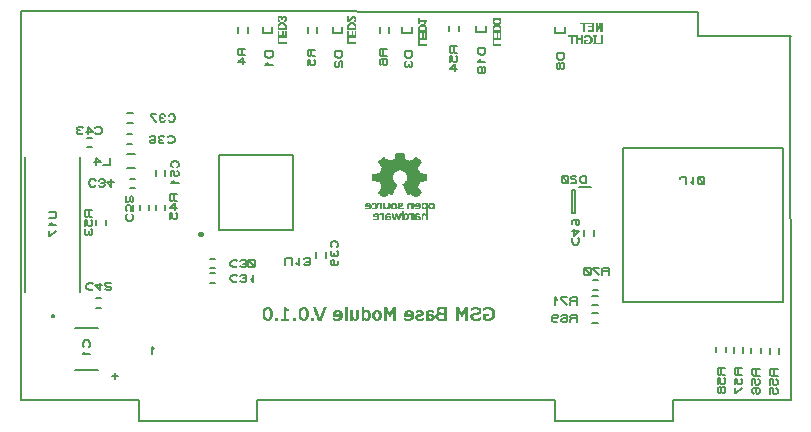
<source format=gbr>
G04 PROTEUS RS274X GERBER FILE*
%FSLAX45Y45*%
%MOMM*%
G01*
%ADD42C,0.203200*%
%ADD55C,0.200000*%
%ADD54C,0.250000*%
%ADD57C,0.063500*%
D42*
X+818980Y-4046380D02*
X+818980Y-756380D01*
D55*
X+2498340Y-2604940D02*
X+3128340Y-2604940D01*
X+3128340Y-1974940D01*
X+2498340Y-1974940D01*
X+2498340Y-2604940D01*
D54*
X+2353340Y-2639940D02*
X+2353297Y-2638901D01*
X+2352945Y-2636822D01*
X+2352208Y-2634743D01*
X+2351004Y-2632664D01*
X+2349163Y-2630614D01*
X+2347084Y-2629111D01*
X+2345005Y-2628154D01*
X+2342926Y-2627615D01*
X+2340847Y-2627440D01*
X+2340840Y-2627440D01*
X+2328340Y-2639940D02*
X+2328383Y-2638901D01*
X+2328735Y-2636822D01*
X+2329472Y-2634743D01*
X+2330676Y-2632664D01*
X+2332517Y-2630614D01*
X+2334596Y-2629111D01*
X+2336675Y-2628154D01*
X+2338754Y-2627615D01*
X+2340833Y-2627440D01*
X+2340840Y-2627440D01*
X+2328340Y-2639940D02*
X+2328383Y-2640979D01*
X+2328735Y-2643058D01*
X+2329472Y-2645137D01*
X+2330676Y-2647216D01*
X+2332517Y-2649266D01*
X+2334596Y-2650769D01*
X+2336675Y-2651726D01*
X+2338754Y-2652265D01*
X+2340833Y-2652440D01*
X+2340840Y-2652440D01*
X+2353340Y-2639940D02*
X+2353297Y-2640979D01*
X+2352945Y-2643058D01*
X+2352208Y-2645137D01*
X+2351004Y-2647216D01*
X+2349163Y-2649266D01*
X+2347084Y-2650769D01*
X+2345005Y-2651726D01*
X+2342926Y-2652265D01*
X+2340847Y-2652440D01*
X+2340840Y-2652440D01*
D42*
X+3057400Y-2905400D02*
X+3057400Y-2854600D01*
X+3066925Y-2844440D01*
X+3105025Y-2844440D01*
X+3114550Y-2854600D01*
X+3114550Y-2905400D01*
X+3152650Y-2885080D02*
X+3171700Y-2905400D01*
X+3171700Y-2844440D01*
X+3219325Y-2895240D02*
X+3228850Y-2905400D01*
X+3257425Y-2905400D01*
X+3266950Y-2895240D01*
X+3266950Y-2885080D01*
X+3257425Y-2874920D01*
X+3266950Y-2864760D01*
X+3266950Y-2854600D01*
X+3257425Y-2844440D01*
X+3228850Y-2844440D01*
X+3219325Y-2854600D01*
X+3238375Y-2874920D02*
X+3257425Y-2874920D01*
X+7338980Y-4046380D02*
X+7336440Y-966720D01*
X+817880Y-754380D02*
X+6554000Y-756920D01*
X+1818640Y-4046220D02*
X+1818640Y-4216700D01*
X+1818640Y-4218940D02*
X+2016760Y-4218940D01*
X+1818640Y-4218940D02*
X+2817020Y-4218940D01*
X+2817460Y-4047860D02*
X+2817460Y-4218340D01*
D55*
X+5490000Y-2463500D02*
X+5510000Y-2463500D01*
X+5510000Y-2263500D01*
X+5490000Y-2263500D01*
X+5490000Y-2463500D01*
X+5645000Y-2243500D02*
X+5545000Y-2243500D01*
D42*
X+5609220Y-2208100D02*
X+5609220Y-2147140D01*
X+5571120Y-2147140D01*
X+5552070Y-2167460D01*
X+5552070Y-2187780D01*
X+5571120Y-2208100D01*
X+5609220Y-2208100D01*
X+5523495Y-2157300D02*
X+5513970Y-2147140D01*
X+5485395Y-2147140D01*
X+5475870Y-2157300D01*
X+5475870Y-2167460D01*
X+5485395Y-2177620D01*
X+5513970Y-2177620D01*
X+5523495Y-2187780D01*
X+5523495Y-2208100D01*
X+5475870Y-2208100D01*
X+5456820Y-2197940D02*
X+5456820Y-2157300D01*
X+5447295Y-2147140D01*
X+5409195Y-2147140D01*
X+5399670Y-2157300D01*
X+5399670Y-2197940D01*
X+5409195Y-2208100D01*
X+5447295Y-2208100D01*
X+5456820Y-2197940D01*
X+5456820Y-2208100D02*
X+5399670Y-2147140D01*
X+1278680Y-3794840D02*
X+1476800Y-3794840D01*
X+1476800Y-3439240D02*
X+1276140Y-3439240D01*
X+1619040Y-3820240D02*
X+1619040Y-3871040D01*
X+1593640Y-3845640D02*
X+1644440Y-3845640D01*
X+1395560Y-3597990D02*
X+1405720Y-3588465D01*
X+1405720Y-3559890D01*
X+1385400Y-3540840D01*
X+1365080Y-3540840D01*
X+1344760Y-3559890D01*
X+1344760Y-3588465D01*
X+1354920Y-3597990D01*
X+1365080Y-3636090D02*
X+1344760Y-3655140D01*
X+1405720Y-3655140D01*
X+5920160Y-3213220D02*
X+7270160Y-3213220D01*
X+7270160Y-1913220D01*
X+5920160Y-1913220D01*
X+5920160Y-3213220D01*
X+6398750Y-2176700D02*
X+6398750Y-2166540D01*
X+6408275Y-2156380D01*
X+6446375Y-2156380D01*
X+6455900Y-2166540D01*
X+6455900Y-2217340D01*
X+6494000Y-2197020D02*
X+6513050Y-2217340D01*
X+6513050Y-2156380D01*
X+6551150Y-2166540D02*
X+6551150Y-2207180D01*
X+6560675Y-2217340D01*
X+6598775Y-2217340D01*
X+6608300Y-2207180D01*
X+6608300Y-2166540D01*
X+6598775Y-2156380D01*
X+6560675Y-2156380D01*
X+6551150Y-2166540D01*
X+6551150Y-2156380D02*
X+6608300Y-2217340D01*
X+2816860Y-4046220D02*
X+5341620Y-4046220D01*
X+1818640Y-4046220D02*
X+817880Y-4046220D01*
X+5341620Y-4218940D02*
X+5341620Y-4046220D01*
X+6339840Y-4046220D02*
X+7338060Y-4046220D01*
X+6339840Y-4218940D02*
X+6339840Y-4046220D01*
X+5341620Y-4218940D02*
X+6339840Y-4218940D01*
X+1951990Y-3616960D02*
X+1932940Y-3596640D01*
X+1932940Y-3657600D01*
D55*
X+1325480Y-3126820D02*
X+1325480Y-1986820D01*
X+855480Y-1986820D02*
X+855480Y-3126820D01*
X+1100480Y-3334820D02*
X+1100452Y-3334155D01*
X+1100227Y-3332824D01*
X+1099755Y-3331493D01*
X+1098984Y-3330162D01*
X+1097805Y-3328850D01*
X+1096474Y-3327888D01*
X+1095143Y-3327276D01*
X+1093812Y-3326932D01*
X+1092481Y-3326820D01*
X+1092480Y-3326820D01*
X+1084480Y-3334820D02*
X+1084508Y-3334155D01*
X+1084733Y-3332824D01*
X+1085205Y-3331493D01*
X+1085976Y-3330162D01*
X+1087155Y-3328850D01*
X+1088486Y-3327888D01*
X+1089817Y-3327276D01*
X+1091148Y-3326932D01*
X+1092479Y-3326820D01*
X+1092480Y-3326820D01*
X+1084480Y-3334820D02*
X+1084508Y-3335485D01*
X+1084733Y-3336816D01*
X+1085205Y-3338147D01*
X+1085976Y-3339478D01*
X+1087155Y-3340790D01*
X+1088486Y-3341752D01*
X+1089817Y-3342364D01*
X+1091148Y-3342708D01*
X+1092479Y-3342820D01*
X+1092480Y-3342820D01*
X+1100480Y-3334820D02*
X+1100452Y-3335485D01*
X+1100227Y-3336816D01*
X+1099755Y-3338147D01*
X+1098984Y-3339478D01*
X+1097805Y-3340790D01*
X+1096474Y-3341752D01*
X+1095143Y-3342364D01*
X+1093812Y-3342708D01*
X+1092481Y-3342820D01*
X+1092480Y-3342820D01*
D42*
X+1061200Y-2450520D02*
X+1112000Y-2450520D01*
X+1122160Y-2460045D01*
X+1122160Y-2498145D01*
X+1112000Y-2507670D01*
X+1061200Y-2507670D01*
X+1081520Y-2545770D02*
X+1061200Y-2564820D01*
X+1122160Y-2564820D01*
X+1061200Y-2612445D02*
X+1061200Y-2660070D01*
X+1071360Y-2660070D01*
X+1122160Y-2612445D01*
X+1457460Y-2518080D02*
X+1457460Y-2563800D01*
X+1538740Y-2518080D02*
X+1538740Y-2563800D01*
X+1423960Y-2436640D02*
X+1363000Y-2436640D01*
X+1363000Y-2484265D01*
X+1373160Y-2493790D01*
X+1383320Y-2493790D01*
X+1393480Y-2484265D01*
X+1393480Y-2436640D01*
X+1393480Y-2484265D02*
X+1403640Y-2493790D01*
X+1423960Y-2493790D01*
X+1363000Y-2569990D02*
X+1363000Y-2522365D01*
X+1383320Y-2522365D01*
X+1383320Y-2560465D01*
X+1393480Y-2569990D01*
X+1413800Y-2569990D01*
X+1423960Y-2560465D01*
X+1423960Y-2531890D01*
X+1413800Y-2522365D01*
X+1373160Y-2598565D02*
X+1363000Y-2608090D01*
X+1363000Y-2636665D01*
X+1373160Y-2646190D01*
X+1383320Y-2646190D01*
X+1393480Y-2636665D01*
X+1403640Y-2646190D01*
X+1413800Y-2646190D01*
X+1423960Y-2636665D01*
X+1423960Y-2608090D01*
X+1413800Y-2598565D01*
X+1393480Y-2617615D02*
X+1393480Y-2636665D01*
X+1456400Y-3263240D02*
X+1502120Y-3263240D01*
X+1456400Y-3181960D02*
X+1502120Y-3181960D01*
X+1432110Y-3065440D02*
X+1422585Y-3055280D01*
X+1394010Y-3055280D01*
X+1374960Y-3075600D01*
X+1374960Y-3095920D01*
X+1394010Y-3116240D01*
X+1422585Y-3116240D01*
X+1432110Y-3106080D01*
X+1508310Y-3075600D02*
X+1451160Y-3075600D01*
X+1489260Y-3116240D01*
X+1489260Y-3055280D01*
X+1536885Y-3106080D02*
X+1546410Y-3116240D01*
X+1574985Y-3116240D01*
X+1584510Y-3106080D01*
X+1584510Y-3095920D01*
X+1574985Y-3085760D01*
X+1546410Y-3085760D01*
X+1536885Y-3075600D01*
X+1536885Y-3055280D01*
X+1584510Y-3055280D01*
X+7240640Y-3652700D02*
X+7240640Y-3606980D01*
X+7159360Y-3652700D02*
X+7159360Y-3606980D01*
X+7227480Y-3785540D02*
X+7166520Y-3785540D01*
X+7166520Y-3833165D01*
X+7176680Y-3842690D01*
X+7186840Y-3842690D01*
X+7197000Y-3833165D01*
X+7197000Y-3785540D01*
X+7197000Y-3833165D02*
X+7207160Y-3842690D01*
X+7227480Y-3842690D01*
X+7166520Y-3918890D02*
X+7166520Y-3871265D01*
X+7186840Y-3871265D01*
X+7186840Y-3909365D01*
X+7197000Y-3918890D01*
X+7217320Y-3918890D01*
X+7227480Y-3909365D01*
X+7227480Y-3880790D01*
X+7217320Y-3871265D01*
X+7166520Y-3995090D02*
X+7166520Y-3947465D01*
X+7186840Y-3947465D01*
X+7186840Y-3985565D01*
X+7197000Y-3995090D01*
X+7217320Y-3995090D01*
X+7227480Y-3985565D01*
X+7227480Y-3956990D01*
X+7217320Y-3947465D01*
X+7088100Y-3647960D02*
X+7088100Y-3602240D01*
X+7006820Y-3647960D02*
X+7006820Y-3602240D01*
X+7074940Y-3780800D02*
X+7013980Y-3780800D01*
X+7013980Y-3828425D01*
X+7024140Y-3837950D01*
X+7034300Y-3837950D01*
X+7044460Y-3828425D01*
X+7044460Y-3780800D01*
X+7044460Y-3828425D02*
X+7054620Y-3837950D01*
X+7074940Y-3837950D01*
X+7013980Y-3914150D02*
X+7013980Y-3866525D01*
X+7034300Y-3866525D01*
X+7034300Y-3904625D01*
X+7044460Y-3914150D01*
X+7064780Y-3914150D01*
X+7074940Y-3904625D01*
X+7074940Y-3876050D01*
X+7064780Y-3866525D01*
X+7024140Y-3990350D02*
X+7013980Y-3980825D01*
X+7013980Y-3952250D01*
X+7024140Y-3942725D01*
X+7064780Y-3942725D01*
X+7074940Y-3952250D01*
X+7074940Y-3980825D01*
X+7064780Y-3990350D01*
X+7054620Y-3990350D01*
X+7044460Y-3980825D01*
X+7044460Y-3942725D01*
X+6937940Y-3645240D02*
X+6937940Y-3599520D01*
X+6856660Y-3645240D02*
X+6856660Y-3599520D01*
X+6924780Y-3778080D02*
X+6863820Y-3778080D01*
X+6863820Y-3825705D01*
X+6873980Y-3835230D01*
X+6884140Y-3835230D01*
X+6894300Y-3825705D01*
X+6894300Y-3778080D01*
X+6894300Y-3825705D02*
X+6904460Y-3835230D01*
X+6924780Y-3835230D01*
X+6863820Y-3911430D02*
X+6863820Y-3863805D01*
X+6884140Y-3863805D01*
X+6884140Y-3901905D01*
X+6894300Y-3911430D01*
X+6914620Y-3911430D01*
X+6924780Y-3901905D01*
X+6924780Y-3873330D01*
X+6914620Y-3863805D01*
X+6863820Y-3940005D02*
X+6863820Y-3987630D01*
X+6873980Y-3987630D01*
X+6924780Y-3940005D01*
X+6708880Y-3597320D02*
X+6708880Y-3643040D01*
X+6790160Y-3597320D02*
X+6790160Y-3643040D01*
X+6783000Y-3775880D02*
X+6722040Y-3775880D01*
X+6722040Y-3823505D01*
X+6732200Y-3833030D01*
X+6742360Y-3833030D01*
X+6752520Y-3823505D01*
X+6752520Y-3775880D01*
X+6752520Y-3823505D02*
X+6762680Y-3833030D01*
X+6783000Y-3833030D01*
X+6722040Y-3909230D02*
X+6722040Y-3861605D01*
X+6742360Y-3861605D01*
X+6742360Y-3899705D01*
X+6752520Y-3909230D01*
X+6772840Y-3909230D01*
X+6783000Y-3899705D01*
X+6783000Y-3871130D01*
X+6772840Y-3861605D01*
X+6752520Y-3947330D02*
X+6742360Y-3937805D01*
X+6732200Y-3937805D01*
X+6722040Y-3947330D01*
X+6722040Y-3975905D01*
X+6732200Y-3985430D01*
X+6742360Y-3985430D01*
X+6752520Y-3975905D01*
X+6752520Y-3947330D01*
X+6762680Y-3937805D01*
X+6772840Y-3937805D01*
X+6783000Y-3947330D01*
X+6783000Y-3975905D01*
X+6772840Y-3985430D01*
X+6762680Y-3985430D01*
X+6752520Y-3975905D01*
X+5589260Y-2609800D02*
X+5589260Y-2655520D01*
X+5670540Y-2609800D02*
X+5670540Y-2655520D01*
X+5497820Y-2672030D02*
X+5487660Y-2681555D01*
X+5487660Y-2710130D01*
X+5507980Y-2729180D01*
X+5528300Y-2729180D01*
X+5548620Y-2710130D01*
X+5548620Y-2681555D01*
X+5538460Y-2672030D01*
X+5507980Y-2595830D02*
X+5507980Y-2652980D01*
X+5548620Y-2614880D01*
X+5487660Y-2614880D01*
X+5528300Y-2519630D02*
X+5518140Y-2529155D01*
X+5518140Y-2557730D01*
X+5528300Y-2567255D01*
X+5538460Y-2567255D01*
X+5548620Y-2557730D01*
X+5548620Y-2529155D01*
X+5538460Y-2519630D01*
X+5497820Y-2519630D01*
X+5487660Y-2529155D01*
X+5487660Y-2557730D01*
X+5708600Y-3028960D02*
X+5662880Y-3028960D01*
X+5708600Y-3110240D02*
X+5662880Y-3110240D01*
X+5799861Y-2985959D02*
X+5799861Y-2924999D01*
X+5752236Y-2924999D01*
X+5742711Y-2935159D01*
X+5742711Y-2945319D01*
X+5752236Y-2955479D01*
X+5799861Y-2955479D01*
X+5752236Y-2955479D02*
X+5742711Y-2965639D01*
X+5742711Y-2985959D01*
X+5714136Y-2924999D02*
X+5666511Y-2924999D01*
X+5666511Y-2935159D01*
X+5714136Y-2985959D01*
X+5647461Y-2975799D02*
X+5647461Y-2935159D01*
X+5637936Y-2924999D01*
X+5599836Y-2924999D01*
X+5590311Y-2935159D01*
X+5590311Y-2975799D01*
X+5599836Y-2985959D01*
X+5637936Y-2985959D01*
X+5647461Y-2975799D01*
X+5647461Y-2985959D02*
X+5590311Y-2924999D01*
X+5660440Y-3244840D02*
X+5706160Y-3244840D01*
X+5660440Y-3163560D02*
X+5706160Y-3163560D01*
X+5530900Y-3237220D02*
X+5530900Y-3176260D01*
X+5483275Y-3176260D01*
X+5473750Y-3186420D01*
X+5473750Y-3196580D01*
X+5483275Y-3206740D01*
X+5530900Y-3206740D01*
X+5483275Y-3206740D02*
X+5473750Y-3216900D01*
X+5473750Y-3237220D01*
X+5445175Y-3176260D02*
X+5397550Y-3176260D01*
X+5397550Y-3186420D01*
X+5445175Y-3237220D01*
X+5359450Y-3196580D02*
X+5340400Y-3176260D01*
X+5340400Y-3237220D01*
X+5657800Y-3392180D02*
X+5703520Y-3392180D01*
X+5657800Y-3310900D02*
X+5703520Y-3310900D01*
X+5530800Y-3384560D02*
X+5530800Y-3323600D01*
X+5483175Y-3323600D01*
X+5473650Y-3333760D01*
X+5473650Y-3343920D01*
X+5483175Y-3354080D01*
X+5530800Y-3354080D01*
X+5483175Y-3354080D02*
X+5473650Y-3364240D01*
X+5473650Y-3384560D01*
X+5397450Y-3333760D02*
X+5406975Y-3323600D01*
X+5435550Y-3323600D01*
X+5445075Y-3333760D01*
X+5445075Y-3374400D01*
X+5435550Y-3384560D01*
X+5406975Y-3384560D01*
X+5397450Y-3374400D01*
X+5397450Y-3364240D01*
X+5406975Y-3354080D01*
X+5445075Y-3354080D01*
X+5321250Y-3343920D02*
X+5330775Y-3354080D01*
X+5359350Y-3354080D01*
X+5368875Y-3343920D01*
X+5368875Y-3333760D01*
X+5359350Y-3323600D01*
X+5330775Y-3323600D01*
X+5321250Y-3333760D01*
X+5321250Y-3374400D01*
X+5330775Y-3384560D01*
X+5359350Y-3384560D01*
X+5342640Y-887780D02*
X+5342640Y-933500D01*
X+5423920Y-887780D02*
X+5423920Y-933500D01*
X+5342640Y-936040D02*
X+5423920Y-936040D01*
X+5419460Y-1109360D02*
X+5358500Y-1109360D01*
X+5358500Y-1147460D01*
X+5378820Y-1166510D01*
X+5399140Y-1166510D01*
X+5419460Y-1147460D01*
X+5419460Y-1109360D01*
X+5388980Y-1204610D02*
X+5378820Y-1195085D01*
X+5368660Y-1195085D01*
X+5358500Y-1204610D01*
X+5358500Y-1233185D01*
X+5368660Y-1242710D01*
X+5378820Y-1242710D01*
X+5388980Y-1233185D01*
X+5388980Y-1204610D01*
X+5399140Y-1195085D01*
X+5409300Y-1195085D01*
X+5419460Y-1204610D01*
X+5419460Y-1233185D01*
X+5409300Y-1242710D01*
X+5399140Y-1242710D01*
X+5388980Y-1233185D01*
X+1715720Y-2084080D02*
X+1784300Y-2084080D01*
X+1715720Y-1962160D02*
X+1786840Y-1962160D01*
X+1573480Y-1992640D02*
X+1573480Y-2053600D01*
X+1516330Y-2053600D01*
X+1440130Y-2033280D02*
X+1497280Y-2033280D01*
X+1459180Y-1992640D01*
X+1459180Y-2053600D01*
X+1962140Y-2101800D02*
X+1962140Y-2147520D01*
X+2043420Y-2101800D02*
X+2043420Y-2147520D01*
X+2146751Y-2076706D02*
X+2156911Y-2067181D01*
X+2156911Y-2038606D01*
X+2136591Y-2019556D01*
X+2116271Y-2019556D01*
X+2095951Y-2038606D01*
X+2095951Y-2067181D01*
X+2106111Y-2076706D01*
X+2095951Y-2152906D02*
X+2095951Y-2105281D01*
X+2116271Y-2105281D01*
X+2116271Y-2143381D01*
X+2126431Y-2152906D01*
X+2146751Y-2152906D01*
X+2156911Y-2143381D01*
X+2156911Y-2114806D01*
X+2146751Y-2105281D01*
X+2116271Y-2191006D02*
X+2095951Y-2210056D01*
X+2156911Y-2210056D01*
X+1741120Y-2251720D02*
X+1786840Y-2251720D01*
X+1741120Y-2170440D02*
X+1786840Y-2170440D01*
X+1452830Y-2188220D02*
X+1443305Y-2178060D01*
X+1414730Y-2178060D01*
X+1395680Y-2198380D01*
X+1395680Y-2218700D01*
X+1414730Y-2239020D01*
X+1443305Y-2239020D01*
X+1452830Y-2228860D01*
X+1481405Y-2228860D02*
X+1490930Y-2239020D01*
X+1519505Y-2239020D01*
X+1529030Y-2228860D01*
X+1529030Y-2218700D01*
X+1519505Y-2208540D01*
X+1529030Y-2198380D01*
X+1529030Y-2188220D01*
X+1519505Y-2178060D01*
X+1490930Y-2178060D01*
X+1481405Y-2188220D01*
X+1500455Y-2208540D02*
X+1519505Y-2208540D01*
X+1605230Y-2198380D02*
X+1548080Y-2198380D01*
X+1586180Y-2239020D01*
X+1586180Y-2178060D01*
X+2043440Y-2439720D02*
X+2043440Y-2394000D01*
X+1962160Y-2439720D02*
X+1962160Y-2394000D01*
X+2145040Y-2302560D02*
X+2084080Y-2302560D01*
X+2084080Y-2350185D01*
X+2094240Y-2359710D01*
X+2104400Y-2359710D01*
X+2114560Y-2350185D01*
X+2114560Y-2302560D01*
X+2114560Y-2350185D02*
X+2124720Y-2359710D01*
X+2145040Y-2359710D01*
X+2124720Y-2435910D02*
X+2124720Y-2378760D01*
X+2084080Y-2416860D01*
X+2145040Y-2416860D01*
X+2084080Y-2512110D02*
X+2084080Y-2464485D01*
X+2104400Y-2464485D01*
X+2104400Y-2502585D01*
X+2114560Y-2512110D01*
X+2134880Y-2512110D01*
X+2145040Y-2502585D01*
X+2145040Y-2474010D01*
X+2134880Y-2464485D01*
X+1827480Y-2393960D02*
X+1827480Y-2439680D01*
X+1908760Y-2393960D02*
X+1908760Y-2439680D01*
X+1720800Y-2473970D02*
X+1710640Y-2483495D01*
X+1710640Y-2512070D01*
X+1730960Y-2531120D01*
X+1751280Y-2531120D01*
X+1771600Y-2512070D01*
X+1771600Y-2483495D01*
X+1761440Y-2473970D01*
X+1771600Y-2397770D02*
X+1771600Y-2445395D01*
X+1751280Y-2445395D01*
X+1751280Y-2407295D01*
X+1741120Y-2397770D01*
X+1720800Y-2397770D01*
X+1710640Y-2407295D01*
X+1710640Y-2435870D01*
X+1720800Y-2445395D01*
X+1761440Y-2369195D02*
X+1771600Y-2359670D01*
X+1771600Y-2331095D01*
X+1761440Y-2321570D01*
X+1751280Y-2321570D01*
X+1741120Y-2331095D01*
X+1741120Y-2359670D01*
X+1730960Y-2369195D01*
X+1710640Y-2369195D01*
X+1710640Y-2321570D01*
X+1769160Y-1619240D02*
X+1723440Y-1619240D01*
X+1769160Y-1700520D02*
X+1723440Y-1700520D01*
X+2072690Y-1677660D02*
X+2082215Y-1687820D01*
X+2110790Y-1687820D01*
X+2129840Y-1667500D01*
X+2129840Y-1647180D01*
X+2110790Y-1626860D01*
X+2082215Y-1626860D01*
X+2072690Y-1637020D01*
X+2044115Y-1637020D02*
X+2034590Y-1626860D01*
X+2006015Y-1626860D01*
X+1996490Y-1637020D01*
X+1996490Y-1647180D01*
X+2006015Y-1657340D01*
X+1996490Y-1667500D01*
X+1996490Y-1677660D01*
X+2006015Y-1687820D01*
X+2034590Y-1687820D01*
X+2044115Y-1677660D01*
X+2025065Y-1657340D02*
X+2006015Y-1657340D01*
X+1967915Y-1626860D02*
X+1920290Y-1626860D01*
X+1920290Y-1637020D01*
X+1967915Y-1687820D01*
X+1764080Y-1797040D02*
X+1718360Y-1797040D01*
X+1764080Y-1878320D02*
X+1718360Y-1878320D01*
X+2065070Y-1860540D02*
X+2074595Y-1870700D01*
X+2103170Y-1870700D01*
X+2122220Y-1850380D01*
X+2122220Y-1830060D01*
X+2103170Y-1809740D01*
X+2074595Y-1809740D01*
X+2065070Y-1819900D01*
X+2036495Y-1819900D02*
X+2026970Y-1809740D01*
X+1998395Y-1809740D01*
X+1988870Y-1819900D01*
X+1988870Y-1830060D01*
X+1998395Y-1840220D01*
X+1988870Y-1850380D01*
X+1988870Y-1860540D01*
X+1998395Y-1870700D01*
X+2026970Y-1870700D01*
X+2036495Y-1860540D01*
X+2017445Y-1840220D02*
X+1998395Y-1840220D01*
X+1912670Y-1819900D02*
X+1922195Y-1809740D01*
X+1950770Y-1809740D01*
X+1960295Y-1819900D01*
X+1960295Y-1860540D01*
X+1950770Y-1870700D01*
X+1922195Y-1870700D01*
X+1912670Y-1860540D01*
X+1912670Y-1850380D01*
X+1922195Y-1840220D01*
X+1960295Y-1840220D01*
X+1380440Y-1906280D02*
X+1426160Y-1906280D01*
X+1380440Y-1825000D02*
X+1426160Y-1825000D01*
X+1448930Y-1783740D02*
X+1458455Y-1793900D01*
X+1487030Y-1793900D01*
X+1506080Y-1773580D01*
X+1506080Y-1753260D01*
X+1487030Y-1732940D01*
X+1458455Y-1732940D01*
X+1448930Y-1743100D01*
X+1372730Y-1773580D02*
X+1429880Y-1773580D01*
X+1391780Y-1732940D01*
X+1391780Y-1793900D01*
X+1344155Y-1743100D02*
X+1334630Y-1732940D01*
X+1306055Y-1732940D01*
X+1296530Y-1743100D01*
X+1296530Y-1753260D01*
X+1306055Y-1763420D01*
X+1296530Y-1773580D01*
X+1296530Y-1783740D01*
X+1306055Y-1793900D01*
X+1334630Y-1793900D01*
X+1344155Y-1783740D01*
X+1325105Y-1763420D02*
X+1306055Y-1763420D01*
X+3459660Y-889900D02*
X+3459660Y-935620D01*
X+3540940Y-889900D02*
X+3540940Y-935620D01*
X+3459660Y-938160D02*
X+3540940Y-938160D01*
X+3543480Y-1093100D02*
X+3482520Y-1093100D01*
X+3482520Y-1131200D01*
X+3502840Y-1150250D01*
X+3523160Y-1150250D01*
X+3543480Y-1131200D01*
X+3543480Y-1093100D01*
X+3492680Y-1178825D02*
X+3482520Y-1188350D01*
X+3482520Y-1216925D01*
X+3492680Y-1226450D01*
X+3502840Y-1226450D01*
X+3513000Y-1216925D01*
X+3513000Y-1188350D01*
X+3523160Y-1178825D01*
X+3543480Y-1178825D01*
X+3543480Y-1226450D01*
X+4050160Y-889900D02*
X+4050160Y-935620D01*
X+4131440Y-889900D02*
X+4131440Y-935620D01*
X+4050160Y-938160D02*
X+4131440Y-938160D01*
X+4133980Y-1093100D02*
X+4073020Y-1093100D01*
X+4073020Y-1131200D01*
X+4093340Y-1150250D01*
X+4113660Y-1150250D01*
X+4133980Y-1131200D01*
X+4133980Y-1093100D01*
X+4083180Y-1178825D02*
X+4073020Y-1188350D01*
X+4073020Y-1216925D01*
X+4083180Y-1226450D01*
X+4093340Y-1226450D01*
X+4103500Y-1216925D01*
X+4113660Y-1226450D01*
X+4123820Y-1226450D01*
X+4133980Y-1216925D01*
X+4133980Y-1188350D01*
X+4123820Y-1178825D01*
X+4103500Y-1197875D02*
X+4103500Y-1216925D01*
X+4676811Y-880951D02*
X+4676811Y-926671D01*
X+4758091Y-880951D02*
X+4758091Y-926671D01*
X+4676811Y-929211D02*
X+4758091Y-929211D01*
X+4753011Y-1066371D02*
X+4692051Y-1066371D01*
X+4692051Y-1104471D01*
X+4712371Y-1123521D01*
X+4732691Y-1123521D01*
X+4753011Y-1104471D01*
X+4753011Y-1066371D01*
X+4712371Y-1161621D02*
X+4692051Y-1180671D01*
X+4753011Y-1180671D01*
X+4722531Y-1237821D02*
X+4712371Y-1228296D01*
X+4702211Y-1228296D01*
X+4692051Y-1237821D01*
X+4692051Y-1266396D01*
X+4702211Y-1275921D01*
X+4712371Y-1275921D01*
X+4722531Y-1266396D01*
X+4722531Y-1237821D01*
X+4732691Y-1228296D01*
X+4742851Y-1228296D01*
X+4753011Y-1237821D01*
X+4753011Y-1266396D01*
X+4742851Y-1275921D01*
X+4732691Y-1275921D01*
X+4722531Y-1266396D01*
X+2869160Y-889900D02*
X+2869160Y-935620D01*
X+2950440Y-889900D02*
X+2950440Y-935620D01*
X+2869160Y-938160D02*
X+2950440Y-938160D01*
X+2952980Y-1093100D02*
X+2892020Y-1093100D01*
X+2892020Y-1131200D01*
X+2912340Y-1150250D01*
X+2932660Y-1150250D01*
X+2952980Y-1131200D01*
X+2952980Y-1093100D01*
X+2912340Y-1188350D02*
X+2892020Y-1207400D01*
X+2952980Y-1207400D01*
X+2659160Y-889900D02*
X+2659160Y-935620D01*
X+2740440Y-889900D02*
X+2740440Y-935620D01*
X+2722660Y-1070240D02*
X+2661700Y-1070240D01*
X+2661700Y-1117865D01*
X+2671860Y-1127390D01*
X+2682020Y-1127390D01*
X+2692180Y-1117865D01*
X+2692180Y-1070240D01*
X+2692180Y-1117865D02*
X+2702340Y-1127390D01*
X+2722660Y-1127390D01*
X+2702340Y-1203590D02*
X+2702340Y-1146440D01*
X+2661700Y-1184540D01*
X+2722660Y-1184540D01*
X+3249660Y-889900D02*
X+3249660Y-935620D01*
X+3330940Y-889900D02*
X+3330940Y-935620D01*
X+3310620Y-1077860D02*
X+3249660Y-1077860D01*
X+3249660Y-1125485D01*
X+3259820Y-1135010D01*
X+3269980Y-1135010D01*
X+3280140Y-1125485D01*
X+3280140Y-1077860D01*
X+3280140Y-1125485D02*
X+3290300Y-1135010D01*
X+3310620Y-1135010D01*
X+3249660Y-1211210D02*
X+3249660Y-1163585D01*
X+3269980Y-1163585D01*
X+3269980Y-1201685D01*
X+3280140Y-1211210D01*
X+3300460Y-1211210D01*
X+3310620Y-1201685D01*
X+3310620Y-1173110D01*
X+3300460Y-1163585D01*
X+3860160Y-889900D02*
X+3860160Y-935620D01*
X+3941440Y-889900D02*
X+3941440Y-935620D01*
X+3918580Y-1072780D02*
X+3857620Y-1072780D01*
X+3857620Y-1120405D01*
X+3867780Y-1129930D01*
X+3877940Y-1129930D01*
X+3888100Y-1120405D01*
X+3888100Y-1072780D01*
X+3888100Y-1120405D02*
X+3898260Y-1129930D01*
X+3918580Y-1129930D01*
X+3867780Y-1206130D02*
X+3857620Y-1196605D01*
X+3857620Y-1168030D01*
X+3867780Y-1158505D01*
X+3908420Y-1158505D01*
X+3918580Y-1168030D01*
X+3918580Y-1196605D01*
X+3908420Y-1206130D01*
X+3898260Y-1206130D01*
X+3888100Y-1196605D01*
X+3888100Y-1158505D01*
X+4446539Y-879411D02*
X+4446539Y-925131D01*
X+4527819Y-879411D02*
X+4527819Y-925131D01*
X+4515119Y-1049591D02*
X+4454159Y-1049591D01*
X+4454159Y-1097216D01*
X+4464319Y-1106741D01*
X+4474479Y-1106741D01*
X+4484639Y-1097216D01*
X+4484639Y-1049591D01*
X+4484639Y-1097216D02*
X+4494799Y-1106741D01*
X+4515119Y-1106741D01*
X+4454159Y-1182941D02*
X+4454159Y-1135316D01*
X+4474479Y-1135316D01*
X+4474479Y-1173416D01*
X+4484639Y-1182941D01*
X+4504959Y-1182941D01*
X+4515119Y-1173416D01*
X+4515119Y-1144841D01*
X+4504959Y-1135316D01*
X+4494799Y-1259141D02*
X+4494799Y-1201991D01*
X+4454159Y-1240091D01*
X+4515119Y-1240091D01*
X+3404880Y-2841040D02*
X+3404880Y-2795320D01*
X+3323600Y-2841040D02*
X+3323600Y-2795320D01*
X+3493780Y-2753410D02*
X+3503940Y-2743885D01*
X+3503940Y-2715310D01*
X+3483620Y-2696260D01*
X+3463300Y-2696260D01*
X+3442980Y-2715310D01*
X+3442980Y-2743885D01*
X+3453140Y-2753410D01*
X+3453140Y-2781985D02*
X+3442980Y-2791510D01*
X+3442980Y-2820085D01*
X+3453140Y-2829610D01*
X+3463300Y-2829610D01*
X+3473460Y-2820085D01*
X+3483620Y-2829610D01*
X+3493780Y-2829610D01*
X+3503940Y-2820085D01*
X+3503940Y-2791510D01*
X+3493780Y-2781985D01*
X+3473460Y-2801035D02*
X+3473460Y-2820085D01*
X+3463300Y-2905810D02*
X+3473460Y-2896285D01*
X+3473460Y-2867710D01*
X+3463300Y-2858185D01*
X+3453140Y-2858185D01*
X+3442980Y-2867710D01*
X+3442980Y-2896285D01*
X+3453140Y-2905810D01*
X+3493780Y-2905810D01*
X+3503940Y-2896285D01*
X+3503940Y-2867710D01*
X+2421840Y-2929900D02*
X+2467560Y-2929900D01*
X+2421840Y-2848620D02*
X+2467560Y-2848620D01*
X+2651710Y-2871480D02*
X+2642185Y-2861320D01*
X+2613610Y-2861320D01*
X+2594560Y-2881640D01*
X+2594560Y-2901960D01*
X+2613610Y-2922280D01*
X+2642185Y-2922280D01*
X+2651710Y-2912120D01*
X+2680285Y-2912120D02*
X+2689810Y-2922280D01*
X+2718385Y-2922280D01*
X+2727910Y-2912120D01*
X+2727910Y-2901960D01*
X+2718385Y-2891800D01*
X+2727910Y-2881640D01*
X+2727910Y-2871480D01*
X+2718385Y-2861320D01*
X+2689810Y-2861320D01*
X+2680285Y-2871480D01*
X+2699335Y-2891800D02*
X+2718385Y-2891800D01*
X+2746960Y-2871480D02*
X+2746960Y-2912120D01*
X+2756485Y-2922280D01*
X+2794585Y-2922280D01*
X+2804110Y-2912120D01*
X+2804110Y-2871480D01*
X+2794585Y-2861320D01*
X+2756485Y-2861320D01*
X+2746960Y-2871480D01*
X+2746960Y-2861320D02*
X+2804110Y-2922280D01*
X+2421840Y-3051820D02*
X+2467560Y-3051820D01*
X+2421840Y-2970540D02*
X+2467560Y-2970540D01*
X+2651710Y-2993400D02*
X+2642185Y-2983240D01*
X+2613610Y-2983240D01*
X+2594560Y-3003560D01*
X+2594560Y-3023880D01*
X+2613610Y-3044200D01*
X+2642185Y-3044200D01*
X+2651710Y-3034040D01*
X+2680285Y-3034040D02*
X+2689810Y-3044200D01*
X+2718385Y-3044200D01*
X+2727910Y-3034040D01*
X+2727910Y-3023880D01*
X+2718385Y-3013720D01*
X+2727910Y-3003560D01*
X+2727910Y-2993400D01*
X+2718385Y-2983240D01*
X+2689810Y-2983240D01*
X+2680285Y-2993400D01*
X+2699335Y-3013720D02*
X+2718385Y-3013720D01*
X+2766010Y-3023880D02*
X+2785060Y-3044200D01*
X+2785060Y-2983240D01*
D57*
X+5581020Y-918375D02*
X+5591180Y-918375D01*
X+5621660Y-918375D02*
X+5667380Y-918375D01*
X+5687700Y-918375D02*
X+5702940Y-918375D01*
X+5728340Y-918375D02*
X+5738500Y-918375D01*
X+5581020Y-913295D02*
X+5591180Y-913295D01*
X+5621660Y-913295D02*
X+5667380Y-913295D01*
X+5687700Y-913295D02*
X+5702940Y-913295D01*
X+5728340Y-913295D02*
X+5738500Y-913295D01*
X+5581020Y-908215D02*
X+5591180Y-908215D01*
X+5657220Y-908215D02*
X+5667380Y-908215D01*
X+5687700Y-908215D02*
X+5708020Y-908215D01*
X+5728340Y-908215D02*
X+5738500Y-908215D01*
X+5581020Y-903135D02*
X+5591180Y-903135D01*
X+5657220Y-903135D02*
X+5667380Y-903135D01*
X+5687700Y-903135D02*
X+5708020Y-903135D01*
X+5728340Y-903135D02*
X+5738500Y-903135D01*
X+5581020Y-898055D02*
X+5591180Y-898055D01*
X+5657220Y-898055D02*
X+5667380Y-898055D01*
X+5687700Y-898055D02*
X+5697860Y-898055D01*
X+5702940Y-898055D02*
X+5708020Y-898055D01*
X+5728340Y-898055D02*
X+5738500Y-898055D01*
X+5581020Y-892975D02*
X+5591180Y-892975D01*
X+5657220Y-892975D02*
X+5667380Y-892975D01*
X+5687700Y-892975D02*
X+5697860Y-892975D01*
X+5702940Y-892975D02*
X+5713100Y-892975D01*
X+5728340Y-892975D02*
X+5738500Y-892975D01*
X+5581020Y-887895D02*
X+5591180Y-887895D01*
X+5657220Y-887895D02*
X+5667380Y-887895D01*
X+5687700Y-887895D02*
X+5697860Y-887895D01*
X+5708020Y-887895D02*
X+5713100Y-887895D01*
X+5728340Y-887895D02*
X+5738500Y-887895D01*
X+5581020Y-882815D02*
X+5591180Y-882815D01*
X+5621660Y-882815D02*
X+5667380Y-882815D01*
X+5687700Y-882815D02*
X+5697860Y-882815D01*
X+5708020Y-882815D02*
X+5718180Y-882815D01*
X+5728340Y-882815D02*
X+5738500Y-882815D01*
X+5581020Y-877735D02*
X+5591180Y-877735D01*
X+5621660Y-877735D02*
X+5667380Y-877735D01*
X+5687700Y-877735D02*
X+5697860Y-877735D01*
X+5713100Y-877735D02*
X+5718180Y-877735D01*
X+5728340Y-877735D02*
X+5738500Y-877735D01*
X+5581020Y-872655D02*
X+5591180Y-872655D01*
X+5657220Y-872655D02*
X+5667380Y-872655D01*
X+5687700Y-872655D02*
X+5697860Y-872655D01*
X+5713100Y-872655D02*
X+5723260Y-872655D01*
X+5728340Y-872655D02*
X+5738500Y-872655D01*
X+5581020Y-867575D02*
X+5591180Y-867575D01*
X+5657220Y-867575D02*
X+5667380Y-867575D01*
X+5687700Y-867575D02*
X+5697860Y-867575D01*
X+5718180Y-867575D02*
X+5723260Y-867575D01*
X+5728340Y-867575D02*
X+5738500Y-867575D01*
X+5581020Y-862495D02*
X+5591180Y-862495D01*
X+5657220Y-862495D02*
X+5667380Y-862495D01*
X+5687700Y-862495D02*
X+5697860Y-862495D01*
X+5718180Y-862495D02*
X+5738500Y-862495D01*
X+5555620Y-857415D02*
X+5616580Y-857415D01*
X+5621660Y-857415D02*
X+5667380Y-857415D01*
X+5687700Y-857415D02*
X+5697860Y-857415D01*
X+5718180Y-857415D02*
X+5738500Y-857415D01*
X+5555620Y-852335D02*
X+5616580Y-852335D01*
X+5621660Y-852335D02*
X+5667380Y-852335D01*
X+5687700Y-852335D02*
X+5697860Y-852335D01*
X+5723260Y-852335D02*
X+5738500Y-852335D01*
X+5479839Y-1024895D02*
X+5489999Y-1024895D01*
X+5520479Y-1024895D02*
X+5530639Y-1024895D01*
X+5561119Y-1024895D02*
X+5571279Y-1024895D01*
X+5596679Y-1024895D02*
X+5632239Y-1024895D01*
X+5662719Y-1024895D02*
X+5693199Y-1024895D01*
X+5698279Y-1024895D02*
X+5743999Y-1024895D01*
X+5479839Y-1019815D02*
X+5489999Y-1019815D01*
X+5520479Y-1019815D02*
X+5530639Y-1019815D01*
X+5561119Y-1019815D02*
X+5571279Y-1019815D01*
X+5586519Y-1019815D02*
X+5642399Y-1019815D01*
X+5662719Y-1019815D02*
X+5693199Y-1019815D01*
X+5698279Y-1019815D02*
X+5743999Y-1019815D01*
X+5479839Y-1014735D02*
X+5489999Y-1014735D01*
X+5520479Y-1014735D02*
X+5530639Y-1014735D01*
X+5561119Y-1014735D02*
X+5571279Y-1014735D01*
X+5586519Y-1014735D02*
X+5596679Y-1014735D01*
X+5627159Y-1014735D02*
X+5647479Y-1014735D01*
X+5672879Y-1014735D02*
X+5683039Y-1014735D01*
X+5733839Y-1014735D02*
X+5743999Y-1014735D01*
X+5479839Y-1009655D02*
X+5489999Y-1009655D01*
X+5520479Y-1009655D02*
X+5530639Y-1009655D01*
X+5561119Y-1009655D02*
X+5571279Y-1009655D01*
X+5586519Y-1009655D02*
X+5596679Y-1009655D01*
X+5637319Y-1009655D02*
X+5647479Y-1009655D01*
X+5672879Y-1009655D02*
X+5683039Y-1009655D01*
X+5733839Y-1009655D02*
X+5743999Y-1009655D01*
X+5479839Y-1004575D02*
X+5489999Y-1004575D01*
X+5520479Y-1004575D02*
X+5530639Y-1004575D01*
X+5561119Y-1004575D02*
X+5571279Y-1004575D01*
X+5586519Y-1004575D02*
X+5596679Y-1004575D01*
X+5637319Y-1004575D02*
X+5652559Y-1004575D01*
X+5672879Y-1004575D02*
X+5683039Y-1004575D01*
X+5733839Y-1004575D02*
X+5743999Y-1004575D01*
X+5479839Y-999495D02*
X+5489999Y-999495D01*
X+5520479Y-999495D02*
X+5530639Y-999495D01*
X+5561119Y-999495D02*
X+5571279Y-999495D01*
X+5586519Y-999495D02*
X+5616999Y-999495D01*
X+5642399Y-999495D02*
X+5652559Y-999495D01*
X+5672879Y-999495D02*
X+5683039Y-999495D01*
X+5733839Y-999495D02*
X+5743999Y-999495D01*
X+5479839Y-994415D02*
X+5489999Y-994415D01*
X+5520479Y-994415D02*
X+5530639Y-994415D01*
X+5561119Y-994415D02*
X+5571279Y-994415D01*
X+5586519Y-994415D02*
X+5616999Y-994415D01*
X+5642399Y-994415D02*
X+5652559Y-994415D01*
X+5672879Y-994415D02*
X+5683039Y-994415D01*
X+5733839Y-994415D02*
X+5743999Y-994415D01*
X+5479839Y-989335D02*
X+5489999Y-989335D01*
X+5520479Y-989335D02*
X+5571279Y-989335D01*
X+5642399Y-989335D02*
X+5652559Y-989335D01*
X+5672879Y-989335D02*
X+5683039Y-989335D01*
X+5733839Y-989335D02*
X+5743999Y-989335D01*
X+5479839Y-984255D02*
X+5489999Y-984255D01*
X+5520479Y-984255D02*
X+5571279Y-984255D01*
X+5642399Y-984255D02*
X+5652559Y-984255D01*
X+5672879Y-984255D02*
X+5683039Y-984255D01*
X+5733839Y-984255D02*
X+5743999Y-984255D01*
X+5479839Y-979175D02*
X+5489999Y-979175D01*
X+5520479Y-979175D02*
X+5530639Y-979175D01*
X+5561119Y-979175D02*
X+5571279Y-979175D01*
X+5637319Y-979175D02*
X+5652559Y-979175D01*
X+5672879Y-979175D02*
X+5683039Y-979175D01*
X+5733839Y-979175D02*
X+5743999Y-979175D01*
X+5479839Y-974095D02*
X+5489999Y-974095D01*
X+5520479Y-974095D02*
X+5530639Y-974095D01*
X+5561119Y-974095D02*
X+5571279Y-974095D01*
X+5637319Y-974095D02*
X+5647479Y-974095D01*
X+5672879Y-974095D02*
X+5683039Y-974095D01*
X+5733839Y-974095D02*
X+5743999Y-974095D01*
X+5479839Y-969015D02*
X+5489999Y-969015D01*
X+5520479Y-969015D02*
X+5530639Y-969015D01*
X+5561119Y-969015D02*
X+5571279Y-969015D01*
X+5586519Y-969015D02*
X+5596679Y-969015D01*
X+5627159Y-969015D02*
X+5647479Y-969015D01*
X+5672879Y-969015D02*
X+5683039Y-969015D01*
X+5733839Y-969015D02*
X+5743999Y-969015D01*
X+5454439Y-963935D02*
X+5515399Y-963935D01*
X+5520479Y-963935D02*
X+5530639Y-963935D01*
X+5561119Y-963935D02*
X+5571279Y-963935D01*
X+5586519Y-963935D02*
X+5642399Y-963935D01*
X+5662719Y-963935D02*
X+5693199Y-963935D01*
X+5733839Y-963935D02*
X+5743999Y-963935D01*
X+5454439Y-958855D02*
X+5515399Y-958855D01*
X+5520479Y-958855D02*
X+5530639Y-958855D01*
X+5561119Y-958855D02*
X+5571279Y-958855D01*
X+5596679Y-958855D02*
X+5632239Y-958855D01*
X+5662719Y-958855D02*
X+5693199Y-958855D01*
X+5733839Y-958855D02*
X+5743999Y-958855D01*
X+4815505Y-1043740D02*
X+4815505Y-998020D01*
X+4815505Y-987860D02*
X+4815505Y-942140D01*
X+4815505Y-926900D02*
X+4815505Y-886260D01*
X+4815505Y-845620D02*
X+4815505Y-825300D01*
X+4820585Y-1043740D02*
X+4820585Y-998020D01*
X+4820585Y-987860D02*
X+4820585Y-942140D01*
X+4820585Y-926900D02*
X+4820585Y-881180D01*
X+4820585Y-855780D02*
X+4820585Y-815140D01*
X+4825665Y-1043740D02*
X+4825665Y-1033580D01*
X+4825665Y-987860D02*
X+4825665Y-977700D01*
X+4825665Y-926900D02*
X+4825665Y-916740D01*
X+4825665Y-891340D02*
X+4825665Y-876100D01*
X+4825665Y-855780D02*
X+4825665Y-845620D01*
X+4825665Y-825300D02*
X+4825665Y-815140D01*
X+4830745Y-1043740D02*
X+4830745Y-1033580D01*
X+4830745Y-987860D02*
X+4830745Y-977700D01*
X+4830745Y-926900D02*
X+4830745Y-916740D01*
X+4830745Y-881180D02*
X+4830745Y-871020D01*
X+4830745Y-860860D02*
X+4830745Y-850700D01*
X+4830745Y-820220D02*
X+4830745Y-810060D01*
X+4835825Y-1043740D02*
X+4835825Y-1033580D01*
X+4835825Y-987860D02*
X+4835825Y-977700D01*
X+4835825Y-926900D02*
X+4835825Y-916740D01*
X+4835825Y-881180D02*
X+4835825Y-865940D01*
X+4835825Y-860860D02*
X+4835825Y-850700D01*
X+4835825Y-820220D02*
X+4835825Y-810060D01*
X+4840905Y-1043740D02*
X+4840905Y-1033580D01*
X+4840905Y-987860D02*
X+4840905Y-977700D01*
X+4840905Y-926900D02*
X+4840905Y-916740D01*
X+4840905Y-876100D02*
X+4840905Y-865940D01*
X+4840905Y-860860D02*
X+4840905Y-850700D01*
X+4840905Y-820220D02*
X+4840905Y-810060D01*
X+4845985Y-1043740D02*
X+4845985Y-1033580D01*
X+4845985Y-987860D02*
X+4845985Y-977700D01*
X+4845985Y-926900D02*
X+4845985Y-916740D01*
X+4845985Y-876100D02*
X+4845985Y-865940D01*
X+4845985Y-860860D02*
X+4845985Y-850700D01*
X+4845985Y-820220D02*
X+4845985Y-810060D01*
X+4851065Y-1043740D02*
X+4851065Y-1033580D01*
X+4851065Y-987860D02*
X+4851065Y-942140D01*
X+4851065Y-926900D02*
X+4851065Y-916740D01*
X+4851065Y-876100D02*
X+4851065Y-865940D01*
X+4851065Y-860860D02*
X+4851065Y-850700D01*
X+4851065Y-820220D02*
X+4851065Y-810060D01*
X+4856145Y-1043740D02*
X+4856145Y-1033580D01*
X+4856145Y-987860D02*
X+4856145Y-942140D01*
X+4856145Y-926900D02*
X+4856145Y-916740D01*
X+4856145Y-876100D02*
X+4856145Y-865940D01*
X+4856145Y-860860D02*
X+4856145Y-850700D01*
X+4856145Y-820220D02*
X+4856145Y-810060D01*
X+4861225Y-1043740D02*
X+4861225Y-1033580D01*
X+4861225Y-987860D02*
X+4861225Y-977700D01*
X+4861225Y-926900D02*
X+4861225Y-916740D01*
X+4861225Y-881180D02*
X+4861225Y-865940D01*
X+4861225Y-860860D02*
X+4861225Y-850700D01*
X+4861225Y-820220D02*
X+4861225Y-810060D01*
X+4866305Y-1043740D02*
X+4866305Y-1033580D01*
X+4866305Y-987860D02*
X+4866305Y-977700D01*
X+4866305Y-926900D02*
X+4866305Y-916740D01*
X+4866305Y-881180D02*
X+4866305Y-871020D01*
X+4866305Y-860860D02*
X+4866305Y-850700D01*
X+4866305Y-820220D02*
X+4866305Y-810060D01*
X+4871385Y-1043740D02*
X+4871385Y-1033580D01*
X+4871385Y-987860D02*
X+4871385Y-977700D01*
X+4871385Y-926900D02*
X+4871385Y-916740D01*
X+4871385Y-891340D02*
X+4871385Y-871020D01*
X+4871385Y-855780D02*
X+4871385Y-845620D01*
X+4871385Y-825300D02*
X+4871385Y-815140D01*
X+4876465Y-1043740D02*
X+4876465Y-1033580D01*
X+4876465Y-987860D02*
X+4876465Y-942140D01*
X+4876465Y-926900D02*
X+4876465Y-881180D01*
X+4876465Y-855780D02*
X+4876465Y-815140D01*
X+4881545Y-1043740D02*
X+4881545Y-1033580D01*
X+4881545Y-987860D02*
X+4881545Y-942140D01*
X+4881545Y-926900D02*
X+4881545Y-886260D01*
X+4881545Y-845620D02*
X+4881545Y-825300D01*
X+4185505Y-1043740D02*
X+4185505Y-998020D01*
X+4185505Y-987860D02*
X+4185505Y-942140D01*
X+4185505Y-926900D02*
X+4185505Y-886260D01*
X+4185505Y-855780D02*
X+4185505Y-815140D01*
X+4190585Y-1043740D02*
X+4190585Y-998020D01*
X+4190585Y-987860D02*
X+4190585Y-942140D01*
X+4190585Y-926900D02*
X+4190585Y-881180D01*
X+4190585Y-855780D02*
X+4190585Y-815140D01*
X+4195665Y-1043740D02*
X+4195665Y-1033580D01*
X+4195665Y-987860D02*
X+4195665Y-977700D01*
X+4195665Y-926900D02*
X+4195665Y-916740D01*
X+4195665Y-891340D02*
X+4195665Y-876100D01*
X+4195665Y-840540D02*
X+4195665Y-830380D01*
X+4200745Y-1043740D02*
X+4200745Y-1033580D01*
X+4200745Y-987860D02*
X+4200745Y-977700D01*
X+4200745Y-926900D02*
X+4200745Y-916740D01*
X+4200745Y-881180D02*
X+4200745Y-871020D01*
X+4200745Y-840540D02*
X+4200745Y-830380D01*
X+4205825Y-1043740D02*
X+4205825Y-1033580D01*
X+4205825Y-987860D02*
X+4205825Y-977700D01*
X+4205825Y-926900D02*
X+4205825Y-916740D01*
X+4205825Y-881180D02*
X+4205825Y-865940D01*
X+4205825Y-840540D02*
X+4205825Y-830380D01*
X+4210905Y-1043740D02*
X+4210905Y-1033580D01*
X+4210905Y-987860D02*
X+4210905Y-977700D01*
X+4210905Y-926900D02*
X+4210905Y-916740D01*
X+4210905Y-876100D02*
X+4210905Y-865940D01*
X+4210905Y-840540D02*
X+4210905Y-830380D01*
X+4215985Y-1043740D02*
X+4215985Y-1033580D01*
X+4215985Y-987860D02*
X+4215985Y-977700D01*
X+4215985Y-926900D02*
X+4215985Y-916740D01*
X+4215985Y-876100D02*
X+4215985Y-865940D01*
X+4215985Y-840540D02*
X+4215985Y-830380D01*
X+4221065Y-1043740D02*
X+4221065Y-1033580D01*
X+4221065Y-987860D02*
X+4221065Y-942140D01*
X+4221065Y-926900D02*
X+4221065Y-916740D01*
X+4221065Y-876100D02*
X+4221065Y-865940D01*
X+4221065Y-840540D02*
X+4221065Y-830380D01*
X+4226145Y-1043740D02*
X+4226145Y-1033580D01*
X+4226145Y-987860D02*
X+4226145Y-942140D01*
X+4226145Y-926900D02*
X+4226145Y-916740D01*
X+4226145Y-876100D02*
X+4226145Y-865940D01*
X+4226145Y-840540D02*
X+4226145Y-830380D01*
X+4231225Y-1043740D02*
X+4231225Y-1033580D01*
X+4231225Y-987860D02*
X+4231225Y-977700D01*
X+4231225Y-926900D02*
X+4231225Y-916740D01*
X+4231225Y-881180D02*
X+4231225Y-865940D01*
X+4231225Y-840540D02*
X+4231225Y-830380D01*
X+4236305Y-1043740D02*
X+4236305Y-1033580D01*
X+4236305Y-987860D02*
X+4236305Y-977700D01*
X+4236305Y-926900D02*
X+4236305Y-916740D01*
X+4236305Y-881180D02*
X+4236305Y-871020D01*
X+4236305Y-855780D02*
X+4236305Y-830380D01*
X+4241385Y-1043740D02*
X+4241385Y-1033580D01*
X+4241385Y-987860D02*
X+4241385Y-977700D01*
X+4241385Y-926900D02*
X+4241385Y-916740D01*
X+4241385Y-891340D02*
X+4241385Y-871020D01*
X+4241385Y-855780D02*
X+4241385Y-830380D01*
X+4246465Y-1043740D02*
X+4246465Y-1033580D01*
X+4246465Y-987860D02*
X+4246465Y-942140D01*
X+4246465Y-926900D02*
X+4246465Y-881180D01*
X+4246465Y-840540D02*
X+4246465Y-830380D01*
X+4251545Y-1043740D02*
X+4251545Y-1033580D01*
X+4251545Y-987860D02*
X+4251545Y-942140D01*
X+4251545Y-926900D02*
X+4251545Y-886260D01*
X+4251545Y-840540D02*
X+4251545Y-830380D01*
X+3585505Y-1023740D02*
X+3585505Y-978020D01*
X+3585505Y-967860D02*
X+3585505Y-922140D01*
X+3585505Y-906900D02*
X+3585505Y-866260D01*
X+3585505Y-835780D02*
X+3585505Y-790060D01*
X+3590585Y-1023740D02*
X+3590585Y-978020D01*
X+3590585Y-967860D02*
X+3590585Y-922140D01*
X+3590585Y-906900D02*
X+3590585Y-861180D01*
X+3590585Y-835780D02*
X+3590585Y-790060D01*
X+3595665Y-1023740D02*
X+3595665Y-1013580D01*
X+3595665Y-967860D02*
X+3595665Y-957700D01*
X+3595665Y-906900D02*
X+3595665Y-896740D01*
X+3595665Y-871340D02*
X+3595665Y-856100D01*
X+3595665Y-835780D02*
X+3595665Y-825620D01*
X+3600745Y-1023740D02*
X+3600745Y-1013580D01*
X+3600745Y-967860D02*
X+3600745Y-957700D01*
X+3600745Y-906900D02*
X+3600745Y-896740D01*
X+3600745Y-861180D02*
X+3600745Y-851020D01*
X+3600745Y-830700D02*
X+3600745Y-820540D01*
X+3605825Y-1023740D02*
X+3605825Y-1013580D01*
X+3605825Y-967860D02*
X+3605825Y-957700D01*
X+3605825Y-906900D02*
X+3605825Y-896740D01*
X+3605825Y-861180D02*
X+3605825Y-845940D01*
X+3605825Y-825620D02*
X+3605825Y-815460D01*
X+3610905Y-1023740D02*
X+3610905Y-1013580D01*
X+3610905Y-967860D02*
X+3610905Y-957700D01*
X+3610905Y-906900D02*
X+3610905Y-896740D01*
X+3610905Y-856100D02*
X+3610905Y-845940D01*
X+3610905Y-820540D02*
X+3610905Y-810380D01*
X+3615985Y-1023740D02*
X+3615985Y-1013580D01*
X+3615985Y-967860D02*
X+3615985Y-957700D01*
X+3615985Y-906900D02*
X+3615985Y-896740D01*
X+3615985Y-856100D02*
X+3615985Y-845940D01*
X+3615985Y-815460D02*
X+3615985Y-805300D01*
X+3621065Y-1023740D02*
X+3621065Y-1013580D01*
X+3621065Y-967860D02*
X+3621065Y-922140D01*
X+3621065Y-906900D02*
X+3621065Y-896740D01*
X+3621065Y-856100D02*
X+3621065Y-845940D01*
X+3621065Y-810380D02*
X+3621065Y-800220D01*
X+3626145Y-1023740D02*
X+3626145Y-1013580D01*
X+3626145Y-967860D02*
X+3626145Y-922140D01*
X+3626145Y-906900D02*
X+3626145Y-896740D01*
X+3626145Y-856100D02*
X+3626145Y-845940D01*
X+3626145Y-805300D02*
X+3626145Y-795140D01*
X+3631225Y-1023740D02*
X+3631225Y-1013580D01*
X+3631225Y-967860D02*
X+3631225Y-957700D01*
X+3631225Y-906900D02*
X+3631225Y-896740D01*
X+3631225Y-861180D02*
X+3631225Y-845940D01*
X+3631225Y-805300D02*
X+3631225Y-795140D01*
X+3636305Y-1023740D02*
X+3636305Y-1013580D01*
X+3636305Y-967860D02*
X+3636305Y-957700D01*
X+3636305Y-906900D02*
X+3636305Y-896740D01*
X+3636305Y-861180D02*
X+3636305Y-851020D01*
X+3636305Y-805300D02*
X+3636305Y-795140D01*
X+3641385Y-1023740D02*
X+3641385Y-1013580D01*
X+3641385Y-967860D02*
X+3641385Y-957700D01*
X+3641385Y-906900D02*
X+3641385Y-896740D01*
X+3641385Y-871340D02*
X+3641385Y-851020D01*
X+3641385Y-835780D02*
X+3641385Y-830700D01*
X+3641385Y-810380D02*
X+3641385Y-795140D01*
X+3646465Y-1023740D02*
X+3646465Y-1013580D01*
X+3646465Y-967860D02*
X+3646465Y-922140D01*
X+3646465Y-906900D02*
X+3646465Y-861180D01*
X+3646465Y-835780D02*
X+3646465Y-800220D01*
X+3651545Y-1023740D02*
X+3651545Y-1013580D01*
X+3651545Y-967860D02*
X+3651545Y-922140D01*
X+3651545Y-906900D02*
X+3651545Y-866260D01*
X+3651545Y-830700D02*
X+3651545Y-805300D01*
X+2995505Y-1023740D02*
X+2995505Y-978020D01*
X+2995505Y-967860D02*
X+2995505Y-922140D01*
X+2995505Y-906900D02*
X+2995505Y-866260D01*
X+2995505Y-830700D02*
X+2995505Y-800220D01*
X+3000585Y-1023740D02*
X+3000585Y-978020D01*
X+3000585Y-967860D02*
X+3000585Y-922140D01*
X+3000585Y-906900D02*
X+3000585Y-861180D01*
X+3000585Y-835780D02*
X+3000585Y-795140D01*
X+3005665Y-1023740D02*
X+3005665Y-1013580D01*
X+3005665Y-967860D02*
X+3005665Y-957700D01*
X+3005665Y-906900D02*
X+3005665Y-896740D01*
X+3005665Y-871340D02*
X+3005665Y-856100D01*
X+3005665Y-835780D02*
X+3005665Y-830700D01*
X+3005665Y-805300D02*
X+3005665Y-790060D01*
X+3010745Y-1023740D02*
X+3010745Y-1013580D01*
X+3010745Y-967860D02*
X+3010745Y-957700D01*
X+3010745Y-906900D02*
X+3010745Y-896740D01*
X+3010745Y-861180D02*
X+3010745Y-851020D01*
X+3010745Y-800220D02*
X+3010745Y-790060D01*
X+3015825Y-1023740D02*
X+3015825Y-1013580D01*
X+3015825Y-967860D02*
X+3015825Y-957700D01*
X+3015825Y-906900D02*
X+3015825Y-896740D01*
X+3015825Y-861180D02*
X+3015825Y-845940D01*
X+3015825Y-800220D02*
X+3015825Y-790060D01*
X+3020905Y-1023740D02*
X+3020905Y-1013580D01*
X+3020905Y-967860D02*
X+3020905Y-957700D01*
X+3020905Y-906900D02*
X+3020905Y-896740D01*
X+3020905Y-856100D02*
X+3020905Y-845940D01*
X+3020905Y-805300D02*
X+3020905Y-790060D01*
X+3025985Y-1023740D02*
X+3025985Y-1013580D01*
X+3025985Y-967860D02*
X+3025985Y-957700D01*
X+3025985Y-906900D02*
X+3025985Y-896740D01*
X+3025985Y-856100D02*
X+3025985Y-845940D01*
X+3025985Y-820540D02*
X+3025985Y-795140D01*
X+3031065Y-1023740D02*
X+3031065Y-1013580D01*
X+3031065Y-967860D02*
X+3031065Y-922140D01*
X+3031065Y-906900D02*
X+3031065Y-896740D01*
X+3031065Y-856100D02*
X+3031065Y-845940D01*
X+3031065Y-820540D02*
X+3031065Y-800220D01*
X+3036145Y-1023740D02*
X+3036145Y-1013580D01*
X+3036145Y-967860D02*
X+3036145Y-922140D01*
X+3036145Y-906900D02*
X+3036145Y-896740D01*
X+3036145Y-856100D02*
X+3036145Y-845940D01*
X+3036145Y-805300D02*
X+3036145Y-795140D01*
X+3041225Y-1023740D02*
X+3041225Y-1013580D01*
X+3041225Y-967860D02*
X+3041225Y-957700D01*
X+3041225Y-906900D02*
X+3041225Y-896740D01*
X+3041225Y-861180D02*
X+3041225Y-845940D01*
X+3041225Y-800220D02*
X+3041225Y-790060D01*
X+3046305Y-1023740D02*
X+3046305Y-1013580D01*
X+3046305Y-967860D02*
X+3046305Y-957700D01*
X+3046305Y-906900D02*
X+3046305Y-896740D01*
X+3046305Y-861180D02*
X+3046305Y-851020D01*
X+3046305Y-800220D02*
X+3046305Y-790060D01*
X+3051385Y-1023740D02*
X+3051385Y-1013580D01*
X+3051385Y-967860D02*
X+3051385Y-957700D01*
X+3051385Y-906900D02*
X+3051385Y-896740D01*
X+3051385Y-871340D02*
X+3051385Y-851020D01*
X+3051385Y-835780D02*
X+3051385Y-830700D01*
X+3051385Y-805300D02*
X+3051385Y-790060D01*
X+3056465Y-1023740D02*
X+3056465Y-1013580D01*
X+3056465Y-967860D02*
X+3056465Y-922140D01*
X+3056465Y-906900D02*
X+3056465Y-861180D01*
X+3056465Y-835780D02*
X+3056465Y-795140D01*
X+3061545Y-1023740D02*
X+3061545Y-1013580D01*
X+3061545Y-967860D02*
X+3061545Y-922140D01*
X+3061545Y-906900D02*
X+3061545Y-866260D01*
X+3061545Y-830700D02*
X+3061545Y-800220D01*
X+2893469Y-3366984D02*
X+2918869Y-3366984D01*
X+2969669Y-3366984D02*
X+2989989Y-3366984D01*
X+3025549Y-3366984D02*
X+3086509Y-3366984D01*
X+3122069Y-3366984D02*
X+3142389Y-3366984D01*
X+3198269Y-3366984D02*
X+3223669Y-3366984D01*
X+3274469Y-3366984D02*
X+3294789Y-3366984D01*
X+3335429Y-3366984D02*
X+3360829Y-3366984D01*
X+3472589Y-3366984D02*
X+3513229Y-3366984D01*
X+3564029Y-3366984D02*
X+3579269Y-3366984D01*
X+3609749Y-3366984D02*
X+3624989Y-3366984D01*
X+3640229Y-3366984D02*
X+3660549Y-3366984D01*
X+3706269Y-3366984D02*
X+3721509Y-3366984D01*
X+3731669Y-3366984D02*
X+3757069Y-3366984D01*
X+3818029Y-3366984D02*
X+3848509Y-3366984D01*
X+3894229Y-3366984D02*
X+3909469Y-3366984D01*
X+3975509Y-3366984D02*
X+3990749Y-3366984D01*
X+4077109Y-3366984D02*
X+4117749Y-3366984D01*
X+4178709Y-3366984D02*
X+4214269Y-3366984D01*
X+4249829Y-3366984D02*
X+4265069Y-3366984D01*
X+4280309Y-3366984D02*
X+4300629Y-3366984D01*
X+4356509Y-3366984D02*
X+4417469Y-3366984D01*
X+4503829Y-3366984D02*
X+4519069Y-3366984D01*
X+4585109Y-3366984D02*
X+4600349Y-3366984D01*
X+4651149Y-3366984D02*
X+4696869Y-3366984D01*
X+4752749Y-3366984D02*
X+4793389Y-3366984D01*
X+2883309Y-3361904D02*
X+2929029Y-3361904D01*
X+2969669Y-3361904D02*
X+2989989Y-3361904D01*
X+3025549Y-3361904D02*
X+3086509Y-3361904D01*
X+3122069Y-3361904D02*
X+3142389Y-3361904D01*
X+3188109Y-3361904D02*
X+3233829Y-3361904D01*
X+3274469Y-3361904D02*
X+3294789Y-3361904D01*
X+3335429Y-3361904D02*
X+3360829Y-3361904D01*
X+3462429Y-3361904D02*
X+3523389Y-3361904D01*
X+3564029Y-3361904D02*
X+3579269Y-3361904D01*
X+3609749Y-3361904D02*
X+3624989Y-3361904D01*
X+3630069Y-3361904D02*
X+3670709Y-3361904D01*
X+3706269Y-3361904D02*
X+3721509Y-3361904D01*
X+3726589Y-3361904D02*
X+3767229Y-3361904D01*
X+3812949Y-3361904D02*
X+3853589Y-3361904D01*
X+3894229Y-3361904D02*
X+3909469Y-3361904D01*
X+3975509Y-3361904D02*
X+3990749Y-3361904D01*
X+4066949Y-3361904D02*
X+4127909Y-3361904D01*
X+4168549Y-3361904D02*
X+4224429Y-3361904D01*
X+4249829Y-3361904D02*
X+4265069Y-3361904D01*
X+4270149Y-3361904D02*
X+4310789Y-3361904D01*
X+4346349Y-3361904D02*
X+4417469Y-3361904D01*
X+4503829Y-3361904D02*
X+4519069Y-3361904D01*
X+4585109Y-3361904D02*
X+4600349Y-3361904D01*
X+4640989Y-3361904D02*
X+4712109Y-3361904D01*
X+4737509Y-3361904D02*
X+4803549Y-3361904D01*
X+2878229Y-3356824D02*
X+2934109Y-3356824D01*
X+2969669Y-3356824D02*
X+2989989Y-3356824D01*
X+3025549Y-3356824D02*
X+3086509Y-3356824D01*
X+3122069Y-3356824D02*
X+3142389Y-3356824D01*
X+3183029Y-3356824D02*
X+3238909Y-3356824D01*
X+3274469Y-3356824D02*
X+3294789Y-3356824D01*
X+3330349Y-3356824D02*
X+3365909Y-3356824D01*
X+3462429Y-3356824D02*
X+3528469Y-3356824D01*
X+3564029Y-3356824D02*
X+3579269Y-3356824D01*
X+3609749Y-3356824D02*
X+3670709Y-3356824D01*
X+3706269Y-3356824D02*
X+3772309Y-3356824D01*
X+3807869Y-3356824D02*
X+3858669Y-3356824D01*
X+3894229Y-3356824D02*
X+3909469Y-3356824D01*
X+3975509Y-3356824D02*
X+3990749Y-3356824D01*
X+4066949Y-3356824D02*
X+4132989Y-3356824D01*
X+4163469Y-3356824D02*
X+4224429Y-3356824D01*
X+4249829Y-3356824D02*
X+4310789Y-3356824D01*
X+4341269Y-3356824D02*
X+4417469Y-3356824D01*
X+4503829Y-3356824D02*
X+4519069Y-3356824D01*
X+4585109Y-3356824D02*
X+4600349Y-3356824D01*
X+4635909Y-3356824D02*
X+4712109Y-3356824D01*
X+4732429Y-3356824D02*
X+4813709Y-3356824D01*
X+2873149Y-3351744D02*
X+2893469Y-3351744D01*
X+2918869Y-3351744D02*
X+2939189Y-3351744D01*
X+2969669Y-3351744D02*
X+2989989Y-3351744D01*
X+3045869Y-3351744D02*
X+3061109Y-3351744D01*
X+3122069Y-3351744D02*
X+3142389Y-3351744D01*
X+3177949Y-3351744D02*
X+3198269Y-3351744D01*
X+3223669Y-3351744D02*
X+3243989Y-3351744D01*
X+3274469Y-3351744D02*
X+3294789Y-3351744D01*
X+3330349Y-3351744D02*
X+3345589Y-3351744D01*
X+3350669Y-3351744D02*
X+3365909Y-3351744D01*
X+3462429Y-3351744D02*
X+3472589Y-3351744D01*
X+3508149Y-3351744D02*
X+3533549Y-3351744D01*
X+3564029Y-3351744D02*
X+3579269Y-3351744D01*
X+3609749Y-3351744D02*
X+3635149Y-3351744D01*
X+3655469Y-3351744D02*
X+3675789Y-3351744D01*
X+3706269Y-3351744D02*
X+3731669Y-3351744D01*
X+3751989Y-3351744D02*
X+3772309Y-3351744D01*
X+3802789Y-3351744D02*
X+3823109Y-3351744D01*
X+3843429Y-3351744D02*
X+3863749Y-3351744D01*
X+3894229Y-3351744D02*
X+3909469Y-3351744D01*
X+3975509Y-3351744D02*
X+3990749Y-3351744D01*
X+4066949Y-3351744D02*
X+4077109Y-3351744D01*
X+4112669Y-3351744D02*
X+4138069Y-3351744D01*
X+4158389Y-3351744D02*
X+4178709Y-3351744D01*
X+4214269Y-3351744D02*
X+4224429Y-3351744D01*
X+4249829Y-3351744D02*
X+4275229Y-3351744D01*
X+4295549Y-3351744D02*
X+4315869Y-3351744D01*
X+4336189Y-3351744D02*
X+4356509Y-3351744D01*
X+4402229Y-3351744D02*
X+4417469Y-3351744D01*
X+4503829Y-3351744D02*
X+4519069Y-3351744D01*
X+4585109Y-3351744D02*
X+4600349Y-3351744D01*
X+4630829Y-3351744D02*
X+4651149Y-3351744D01*
X+4691789Y-3351744D02*
X+4712109Y-3351744D01*
X+4732429Y-3351744D02*
X+4752749Y-3351744D01*
X+4788309Y-3351744D02*
X+4818789Y-3351744D01*
X+2873149Y-3346664D02*
X+2888389Y-3346664D01*
X+2923949Y-3346664D02*
X+2939189Y-3346664D01*
X+3045869Y-3346664D02*
X+3061109Y-3346664D01*
X+3177949Y-3346664D02*
X+3193189Y-3346664D01*
X+3228749Y-3346664D02*
X+3243989Y-3346664D01*
X+3330349Y-3346664D02*
X+3345589Y-3346664D01*
X+3350669Y-3346664D02*
X+3365909Y-3346664D01*
X+3518309Y-3346664D02*
X+3533549Y-3346664D01*
X+3564029Y-3346664D02*
X+3579269Y-3346664D01*
X+3609749Y-3346664D02*
X+3630069Y-3346664D01*
X+3660549Y-3346664D02*
X+3675789Y-3346664D01*
X+3706269Y-3346664D02*
X+3721509Y-3346664D01*
X+3757069Y-3346664D02*
X+3772309Y-3346664D01*
X+3802789Y-3346664D02*
X+3818029Y-3346664D01*
X+3848509Y-3346664D02*
X+3863749Y-3346664D01*
X+3894229Y-3346664D02*
X+3909469Y-3346664D01*
X+3975509Y-3346664D02*
X+3990749Y-3346664D01*
X+4122829Y-3346664D02*
X+4138069Y-3346664D01*
X+4158389Y-3346664D02*
X+4173629Y-3346664D01*
X+4249829Y-3346664D02*
X+4265069Y-3346664D01*
X+4300629Y-3346664D02*
X+4315869Y-3346664D01*
X+4331109Y-3346664D02*
X+4351429Y-3346664D01*
X+4402229Y-3346664D02*
X+4417469Y-3346664D01*
X+4503829Y-3346664D02*
X+4519069Y-3346664D01*
X+4585109Y-3346664D02*
X+4600349Y-3346664D01*
X+4625749Y-3346664D02*
X+4646069Y-3346664D01*
X+4707029Y-3346664D02*
X+4712109Y-3346664D01*
X+4732429Y-3346664D02*
X+4747669Y-3346664D01*
X+4798469Y-3346664D02*
X+4818789Y-3346664D01*
X+2873149Y-3341584D02*
X+2888389Y-3341584D01*
X+2923949Y-3341584D02*
X+2939189Y-3341584D01*
X+3045869Y-3341584D02*
X+3061109Y-3341584D01*
X+3177949Y-3341584D02*
X+3193189Y-3341584D01*
X+3228749Y-3341584D02*
X+3243989Y-3341584D01*
X+3325269Y-3341584D02*
X+3340509Y-3341584D01*
X+3355749Y-3341584D02*
X+3370989Y-3341584D01*
X+3523389Y-3341584D02*
X+3538629Y-3341584D01*
X+3564029Y-3341584D02*
X+3579269Y-3341584D01*
X+3609749Y-3341584D02*
X+3624989Y-3341584D01*
X+3660549Y-3341584D02*
X+3675789Y-3341584D01*
X+3706269Y-3341584D02*
X+3721509Y-3341584D01*
X+3762149Y-3341584D02*
X+3777389Y-3341584D01*
X+3797709Y-3341584D02*
X+3812949Y-3341584D01*
X+3853589Y-3341584D02*
X+3868829Y-3341584D01*
X+3894229Y-3341584D02*
X+3909469Y-3341584D01*
X+3975509Y-3341584D02*
X+3990749Y-3341584D01*
X+4127909Y-3341584D02*
X+4143149Y-3341584D01*
X+4158389Y-3341584D02*
X+4173629Y-3341584D01*
X+4249829Y-3341584D02*
X+4265069Y-3341584D01*
X+4300629Y-3341584D02*
X+4315869Y-3341584D01*
X+4331109Y-3341584D02*
X+4346349Y-3341584D01*
X+4402229Y-3341584D02*
X+4417469Y-3341584D01*
X+4503829Y-3341584D02*
X+4519069Y-3341584D01*
X+4585109Y-3341584D02*
X+4600349Y-3341584D01*
X+4625749Y-3341584D02*
X+4640989Y-3341584D01*
X+4732429Y-3341584D02*
X+4747669Y-3341584D01*
X+4803549Y-3341584D02*
X+4823869Y-3341584D01*
X+2868069Y-3336504D02*
X+2883309Y-3336504D01*
X+2929029Y-3336504D02*
X+2944269Y-3336504D01*
X+3045869Y-3336504D02*
X+3061109Y-3336504D01*
X+3172869Y-3336504D02*
X+3188109Y-3336504D01*
X+3233829Y-3336504D02*
X+3249069Y-3336504D01*
X+3325269Y-3336504D02*
X+3340509Y-3336504D01*
X+3355749Y-3336504D02*
X+3370989Y-3336504D01*
X+3523389Y-3336504D02*
X+3538629Y-3336504D01*
X+3564029Y-3336504D02*
X+3579269Y-3336504D01*
X+3609749Y-3336504D02*
X+3624989Y-3336504D01*
X+3660549Y-3336504D02*
X+3675789Y-3336504D01*
X+3706269Y-3336504D02*
X+3721509Y-3336504D01*
X+3762149Y-3336504D02*
X+3777389Y-3336504D01*
X+3797709Y-3336504D02*
X+3812949Y-3336504D01*
X+3853589Y-3336504D02*
X+3868829Y-3336504D01*
X+3894229Y-3336504D02*
X+3909469Y-3336504D01*
X+3934869Y-3336504D02*
X+3950109Y-3336504D01*
X+3975509Y-3336504D02*
X+3990749Y-3336504D01*
X+4127909Y-3336504D02*
X+4143149Y-3336504D01*
X+4158389Y-3336504D02*
X+4178709Y-3336504D01*
X+4249829Y-3336504D02*
X+4265069Y-3336504D01*
X+4300629Y-3336504D02*
X+4315869Y-3336504D01*
X+4331109Y-3336504D02*
X+4346349Y-3336504D01*
X+4402229Y-3336504D02*
X+4417469Y-3336504D01*
X+4503829Y-3336504D02*
X+4519069Y-3336504D01*
X+4544469Y-3336504D02*
X+4559709Y-3336504D01*
X+4585109Y-3336504D02*
X+4600349Y-3336504D01*
X+4625749Y-3336504D02*
X+4640989Y-3336504D01*
X+4732429Y-3336504D02*
X+4747669Y-3336504D01*
X+4808629Y-3336504D02*
X+4823869Y-3336504D01*
X+2868069Y-3331424D02*
X+2883309Y-3331424D01*
X+2929029Y-3331424D02*
X+2944269Y-3331424D01*
X+3045869Y-3331424D02*
X+3061109Y-3331424D01*
X+3172869Y-3331424D02*
X+3188109Y-3331424D01*
X+3233829Y-3331424D02*
X+3249069Y-3331424D01*
X+3325269Y-3331424D02*
X+3340509Y-3331424D01*
X+3355749Y-3331424D02*
X+3370989Y-3331424D01*
X+3462429Y-3331424D02*
X+3538629Y-3331424D01*
X+3564029Y-3331424D02*
X+3579269Y-3331424D01*
X+3609749Y-3331424D02*
X+3624989Y-3331424D01*
X+3660549Y-3331424D02*
X+3675789Y-3331424D01*
X+3706269Y-3331424D02*
X+3721509Y-3331424D01*
X+3762149Y-3331424D02*
X+3777389Y-3331424D01*
X+3797709Y-3331424D02*
X+3812949Y-3331424D01*
X+3853589Y-3331424D02*
X+3868829Y-3331424D01*
X+3894229Y-3331424D02*
X+3909469Y-3331424D01*
X+3934869Y-3331424D02*
X+3950109Y-3331424D01*
X+3975509Y-3331424D02*
X+3990749Y-3331424D01*
X+4066949Y-3331424D02*
X+4143149Y-3331424D01*
X+4163469Y-3331424D02*
X+4199029Y-3331424D01*
X+4249829Y-3331424D02*
X+4265069Y-3331424D01*
X+4290469Y-3331424D02*
X+4315869Y-3331424D01*
X+4331109Y-3331424D02*
X+4346349Y-3331424D01*
X+4402229Y-3331424D02*
X+4417469Y-3331424D01*
X+4503829Y-3331424D02*
X+4519069Y-3331424D01*
X+4544469Y-3331424D02*
X+4559709Y-3331424D01*
X+4585109Y-3331424D02*
X+4600349Y-3331424D01*
X+4625749Y-3331424D02*
X+4640989Y-3331424D01*
X+4732429Y-3331424D02*
X+4747669Y-3331424D01*
X+4808629Y-3331424D02*
X+4828949Y-3331424D01*
X+2868069Y-3326344D02*
X+2883309Y-3326344D01*
X+2929029Y-3326344D02*
X+2944269Y-3326344D01*
X+3045869Y-3326344D02*
X+3061109Y-3326344D01*
X+3172869Y-3326344D02*
X+3188109Y-3326344D01*
X+3233829Y-3326344D02*
X+3249069Y-3326344D01*
X+3320189Y-3326344D02*
X+3335429Y-3326344D01*
X+3360829Y-3326344D02*
X+3376069Y-3326344D01*
X+3462429Y-3326344D02*
X+3538629Y-3326344D01*
X+3564029Y-3326344D02*
X+3579269Y-3326344D01*
X+3609749Y-3326344D02*
X+3624989Y-3326344D01*
X+3660549Y-3326344D02*
X+3675789Y-3326344D01*
X+3706269Y-3326344D02*
X+3721509Y-3326344D01*
X+3762149Y-3326344D02*
X+3777389Y-3326344D01*
X+3797709Y-3326344D02*
X+3812949Y-3326344D01*
X+3853589Y-3326344D02*
X+3868829Y-3326344D01*
X+3894229Y-3326344D02*
X+3909469Y-3326344D01*
X+3934869Y-3326344D02*
X+3950109Y-3326344D01*
X+3975509Y-3326344D02*
X+3990749Y-3326344D01*
X+4066949Y-3326344D02*
X+4143149Y-3326344D01*
X+4168549Y-3326344D02*
X+4214269Y-3326344D01*
X+4249829Y-3326344D02*
X+4310789Y-3326344D01*
X+4331109Y-3326344D02*
X+4351429Y-3326344D01*
X+4402229Y-3326344D02*
X+4417469Y-3326344D01*
X+4503829Y-3326344D02*
X+4519069Y-3326344D01*
X+4544469Y-3326344D02*
X+4559709Y-3326344D01*
X+4585109Y-3326344D02*
X+4600349Y-3326344D01*
X+4625749Y-3326344D02*
X+4646069Y-3326344D01*
X+4732429Y-3326344D02*
X+4778149Y-3326344D01*
X+4813709Y-3326344D02*
X+4828949Y-3326344D01*
X+2868069Y-3321264D02*
X+2883309Y-3321264D01*
X+2929029Y-3321264D02*
X+2944269Y-3321264D01*
X+3045869Y-3321264D02*
X+3061109Y-3321264D01*
X+3172869Y-3321264D02*
X+3188109Y-3321264D01*
X+3233829Y-3321264D02*
X+3249069Y-3321264D01*
X+3320189Y-3321264D02*
X+3335429Y-3321264D01*
X+3360829Y-3321264D02*
X+3376069Y-3321264D01*
X+3462429Y-3321264D02*
X+3538629Y-3321264D01*
X+3564029Y-3321264D02*
X+3579269Y-3321264D01*
X+3609749Y-3321264D02*
X+3624989Y-3321264D01*
X+3660549Y-3321264D02*
X+3675789Y-3321264D01*
X+3706269Y-3321264D02*
X+3721509Y-3321264D01*
X+3762149Y-3321264D02*
X+3777389Y-3321264D01*
X+3797709Y-3321264D02*
X+3812949Y-3321264D01*
X+3853589Y-3321264D02*
X+3868829Y-3321264D01*
X+3894229Y-3321264D02*
X+3909469Y-3321264D01*
X+3929789Y-3321264D02*
X+3955189Y-3321264D01*
X+3975509Y-3321264D02*
X+3990749Y-3321264D01*
X+4066949Y-3321264D02*
X+4143149Y-3321264D01*
X+4178709Y-3321264D02*
X+4219349Y-3321264D01*
X+4249829Y-3321264D02*
X+4305709Y-3321264D01*
X+4336189Y-3321264D02*
X+4356509Y-3321264D01*
X+4402229Y-3321264D02*
X+4417469Y-3321264D01*
X+4503829Y-3321264D02*
X+4519069Y-3321264D01*
X+4539389Y-3321264D02*
X+4564789Y-3321264D01*
X+4585109Y-3321264D02*
X+4600349Y-3321264D01*
X+4630829Y-3321264D02*
X+4661309Y-3321264D01*
X+4732429Y-3321264D02*
X+4778149Y-3321264D01*
X+4813709Y-3321264D02*
X+4828949Y-3321264D01*
X+2868069Y-3316184D02*
X+2883309Y-3316184D01*
X+2929029Y-3316184D02*
X+2944269Y-3316184D01*
X+3045869Y-3316184D02*
X+3061109Y-3316184D01*
X+3172869Y-3316184D02*
X+3188109Y-3316184D01*
X+3233829Y-3316184D02*
X+3249069Y-3316184D01*
X+3315109Y-3316184D02*
X+3335429Y-3316184D01*
X+3360829Y-3316184D02*
X+3381149Y-3316184D01*
X+3462429Y-3316184D02*
X+3477669Y-3316184D01*
X+3523389Y-3316184D02*
X+3538629Y-3316184D01*
X+3564029Y-3316184D02*
X+3579269Y-3316184D01*
X+3609749Y-3316184D02*
X+3624989Y-3316184D01*
X+3660549Y-3316184D02*
X+3675789Y-3316184D01*
X+3706269Y-3316184D02*
X+3721509Y-3316184D01*
X+3762149Y-3316184D02*
X+3777389Y-3316184D01*
X+3797709Y-3316184D02*
X+3812949Y-3316184D01*
X+3853589Y-3316184D02*
X+3868829Y-3316184D01*
X+3894229Y-3316184D02*
X+3909469Y-3316184D01*
X+3929789Y-3316184D02*
X+3939949Y-3316184D01*
X+3945029Y-3316184D02*
X+3955189Y-3316184D01*
X+3975509Y-3316184D02*
X+3990749Y-3316184D01*
X+4066949Y-3316184D02*
X+4082189Y-3316184D01*
X+4127909Y-3316184D02*
X+4143149Y-3316184D01*
X+4204109Y-3316184D02*
X+4224429Y-3316184D01*
X+4249829Y-3316184D02*
X+4290469Y-3316184D01*
X+4336189Y-3316184D02*
X+4417469Y-3316184D01*
X+4503829Y-3316184D02*
X+4519069Y-3316184D01*
X+4539389Y-3316184D02*
X+4549549Y-3316184D01*
X+4554629Y-3316184D02*
X+4564789Y-3316184D01*
X+4585109Y-3316184D02*
X+4600349Y-3316184D01*
X+4635909Y-3316184D02*
X+4691789Y-3316184D01*
X+4732429Y-3316184D02*
X+4778149Y-3316184D01*
X+4813709Y-3316184D02*
X+4828949Y-3316184D01*
X+2868069Y-3311104D02*
X+2883309Y-3311104D01*
X+2929029Y-3311104D02*
X+2944269Y-3311104D01*
X+3045869Y-3311104D02*
X+3061109Y-3311104D01*
X+3172869Y-3311104D02*
X+3188109Y-3311104D01*
X+3233829Y-3311104D02*
X+3249069Y-3311104D01*
X+3315109Y-3311104D02*
X+3330349Y-3311104D01*
X+3365909Y-3311104D02*
X+3381149Y-3311104D01*
X+3462429Y-3311104D02*
X+3477669Y-3311104D01*
X+3523389Y-3311104D02*
X+3538629Y-3311104D01*
X+3564029Y-3311104D02*
X+3579269Y-3311104D01*
X+3609749Y-3311104D02*
X+3624989Y-3311104D01*
X+3660549Y-3311104D02*
X+3675789Y-3311104D01*
X+3706269Y-3311104D02*
X+3721509Y-3311104D01*
X+3757069Y-3311104D02*
X+3777389Y-3311104D01*
X+3797709Y-3311104D02*
X+3812949Y-3311104D01*
X+3853589Y-3311104D02*
X+3868829Y-3311104D01*
X+3894229Y-3311104D02*
X+3909469Y-3311104D01*
X+3924709Y-3311104D02*
X+3939949Y-3311104D01*
X+3945029Y-3311104D02*
X+3960269Y-3311104D01*
X+3975509Y-3311104D02*
X+3990749Y-3311104D01*
X+4066949Y-3311104D02*
X+4082189Y-3311104D01*
X+4127909Y-3311104D02*
X+4143149Y-3311104D01*
X+4209189Y-3311104D02*
X+4224429Y-3311104D01*
X+4249829Y-3311104D02*
X+4265069Y-3311104D01*
X+4346349Y-3311104D02*
X+4417469Y-3311104D01*
X+4503829Y-3311104D02*
X+4519069Y-3311104D01*
X+4534309Y-3311104D02*
X+4549549Y-3311104D01*
X+4554629Y-3311104D02*
X+4569869Y-3311104D01*
X+4585109Y-3311104D02*
X+4600349Y-3311104D01*
X+4646069Y-3311104D02*
X+4701949Y-3311104D01*
X+4813709Y-3311104D02*
X+4828949Y-3311104D01*
X+2868069Y-3306024D02*
X+2883309Y-3306024D01*
X+2929029Y-3306024D02*
X+2944269Y-3306024D01*
X+3045869Y-3306024D02*
X+3061109Y-3306024D01*
X+3172869Y-3306024D02*
X+3188109Y-3306024D01*
X+3233829Y-3306024D02*
X+3249069Y-3306024D01*
X+3315109Y-3306024D02*
X+3330349Y-3306024D01*
X+3365909Y-3306024D02*
X+3381149Y-3306024D01*
X+3467509Y-3306024D02*
X+3482749Y-3306024D01*
X+3518309Y-3306024D02*
X+3533549Y-3306024D01*
X+3564029Y-3306024D02*
X+3579269Y-3306024D01*
X+3609749Y-3306024D02*
X+3624989Y-3306024D01*
X+3660549Y-3306024D02*
X+3675789Y-3306024D01*
X+3706269Y-3306024D02*
X+3721509Y-3306024D01*
X+3757069Y-3306024D02*
X+3772309Y-3306024D01*
X+3802789Y-3306024D02*
X+3818029Y-3306024D01*
X+3848509Y-3306024D02*
X+3863749Y-3306024D01*
X+3894229Y-3306024D02*
X+3909469Y-3306024D01*
X+3924709Y-3306024D02*
X+3934869Y-3306024D01*
X+3950109Y-3306024D02*
X+3960269Y-3306024D01*
X+3975509Y-3306024D02*
X+3990749Y-3306024D01*
X+4072029Y-3306024D02*
X+4087269Y-3306024D01*
X+4122829Y-3306024D02*
X+4138069Y-3306024D01*
X+4209189Y-3306024D02*
X+4224429Y-3306024D01*
X+4249829Y-3306024D02*
X+4265069Y-3306024D01*
X+4356509Y-3306024D02*
X+4417469Y-3306024D01*
X+4503829Y-3306024D02*
X+4519069Y-3306024D01*
X+4534309Y-3306024D02*
X+4544469Y-3306024D01*
X+4559709Y-3306024D02*
X+4569869Y-3306024D01*
X+4585109Y-3306024D02*
X+4600349Y-3306024D01*
X+4666389Y-3306024D02*
X+4707029Y-3306024D01*
X+4813709Y-3306024D02*
X+4828949Y-3306024D01*
X+2868069Y-3300944D02*
X+2883309Y-3300944D01*
X+2929029Y-3300944D02*
X+2944269Y-3300944D01*
X+3045869Y-3300944D02*
X+3061109Y-3300944D01*
X+3172869Y-3300944D02*
X+3188109Y-3300944D01*
X+3233829Y-3300944D02*
X+3249069Y-3300944D01*
X+3310029Y-3300944D02*
X+3325269Y-3300944D01*
X+3370989Y-3300944D02*
X+3386229Y-3300944D01*
X+3467509Y-3300944D02*
X+3487829Y-3300944D01*
X+3513229Y-3300944D02*
X+3533549Y-3300944D01*
X+3564029Y-3300944D02*
X+3579269Y-3300944D01*
X+3609749Y-3300944D02*
X+3624989Y-3300944D01*
X+3660549Y-3300944D02*
X+3675789Y-3300944D01*
X+3706269Y-3300944D02*
X+3726589Y-3300944D01*
X+3751989Y-3300944D02*
X+3772309Y-3300944D01*
X+3802789Y-3300944D02*
X+3823109Y-3300944D01*
X+3843429Y-3300944D02*
X+3863749Y-3300944D01*
X+3894229Y-3300944D02*
X+3909469Y-3300944D01*
X+3919629Y-3300944D02*
X+3934869Y-3300944D01*
X+3950109Y-3300944D02*
X+3965349Y-3300944D01*
X+3975509Y-3300944D02*
X+3990749Y-3300944D01*
X+4072029Y-3300944D02*
X+4092349Y-3300944D01*
X+4117749Y-3300944D02*
X+4138069Y-3300944D01*
X+4163469Y-3300944D02*
X+4173629Y-3300944D01*
X+4204109Y-3300944D02*
X+4224429Y-3300944D01*
X+4249829Y-3300944D02*
X+4270149Y-3300944D01*
X+4300629Y-3300944D02*
X+4310789Y-3300944D01*
X+4346349Y-3300944D02*
X+4366669Y-3300944D01*
X+4402229Y-3300944D02*
X+4417469Y-3300944D01*
X+4503829Y-3300944D02*
X+4519069Y-3300944D01*
X+4529229Y-3300944D02*
X+4544469Y-3300944D01*
X+4559709Y-3300944D02*
X+4574949Y-3300944D01*
X+4585109Y-3300944D02*
X+4600349Y-3300944D01*
X+4686709Y-3300944D02*
X+4712109Y-3300944D01*
X+4813709Y-3300944D02*
X+4828949Y-3300944D01*
X+2868069Y-3295864D02*
X+2883309Y-3295864D01*
X+2929029Y-3295864D02*
X+2944269Y-3295864D01*
X+3045869Y-3295864D02*
X+3061109Y-3295864D01*
X+3172869Y-3295864D02*
X+3188109Y-3295864D01*
X+3233829Y-3295864D02*
X+3249069Y-3295864D01*
X+3310029Y-3295864D02*
X+3325269Y-3295864D01*
X+3370989Y-3295864D02*
X+3386229Y-3295864D01*
X+3472589Y-3295864D02*
X+3528469Y-3295864D01*
X+3564029Y-3295864D02*
X+3579269Y-3295864D01*
X+3609749Y-3295864D02*
X+3624989Y-3295864D01*
X+3660549Y-3295864D02*
X+3675789Y-3295864D01*
X+3706269Y-3295864D02*
X+3767229Y-3295864D01*
X+3807869Y-3295864D02*
X+3858669Y-3295864D01*
X+3894229Y-3295864D02*
X+3909469Y-3295864D01*
X+3919629Y-3295864D02*
X+3929789Y-3295864D01*
X+3950109Y-3295864D02*
X+3965349Y-3295864D01*
X+3975509Y-3295864D02*
X+3990749Y-3295864D01*
X+4077109Y-3295864D02*
X+4132989Y-3295864D01*
X+4163469Y-3295864D02*
X+4219349Y-3295864D01*
X+4254909Y-3295864D02*
X+4310789Y-3295864D01*
X+4346349Y-3295864D02*
X+4356509Y-3295864D01*
X+4402229Y-3295864D02*
X+4417469Y-3295864D01*
X+4503829Y-3295864D02*
X+4519069Y-3295864D01*
X+4529229Y-3295864D02*
X+4539389Y-3295864D01*
X+4559709Y-3295864D02*
X+4574949Y-3295864D01*
X+4585109Y-3295864D02*
X+4600349Y-3295864D01*
X+4696869Y-3295864D02*
X+4712109Y-3295864D01*
X+4808629Y-3295864D02*
X+4828949Y-3295864D01*
X+2868069Y-3290784D02*
X+2883309Y-3290784D01*
X+2929029Y-3290784D02*
X+2944269Y-3290784D01*
X+3045869Y-3290784D02*
X+3061109Y-3290784D01*
X+3172869Y-3290784D02*
X+3188109Y-3290784D01*
X+3233829Y-3290784D02*
X+3249069Y-3290784D01*
X+3304949Y-3290784D02*
X+3325269Y-3290784D01*
X+3370989Y-3290784D02*
X+3391309Y-3290784D01*
X+3472589Y-3290784D02*
X+3523389Y-3290784D01*
X+3564029Y-3290784D02*
X+3579269Y-3290784D01*
X+3609749Y-3290784D02*
X+3624989Y-3290784D01*
X+3660549Y-3290784D02*
X+3675789Y-3290784D01*
X+3706269Y-3290784D02*
X+3762149Y-3290784D01*
X+3812949Y-3290784D02*
X+3853589Y-3290784D01*
X+3894229Y-3290784D02*
X+3909469Y-3290784D01*
X+3919629Y-3290784D02*
X+3929789Y-3290784D01*
X+3955189Y-3290784D02*
X+3965349Y-3290784D01*
X+3975509Y-3290784D02*
X+3990749Y-3290784D01*
X+4077109Y-3290784D02*
X+4127909Y-3290784D01*
X+4163469Y-3290784D02*
X+4214269Y-3290784D01*
X+4259989Y-3290784D02*
X+4310789Y-3290784D01*
X+4341269Y-3290784D02*
X+4356509Y-3290784D01*
X+4402229Y-3290784D02*
X+4417469Y-3290784D01*
X+4503829Y-3290784D02*
X+4519069Y-3290784D01*
X+4529229Y-3290784D02*
X+4539389Y-3290784D01*
X+4564789Y-3290784D02*
X+4574949Y-3290784D01*
X+4585109Y-3290784D02*
X+4600349Y-3290784D01*
X+4696869Y-3290784D02*
X+4712109Y-3290784D01*
X+4808629Y-3290784D02*
X+4823869Y-3290784D01*
X+2873149Y-3285704D02*
X+2888389Y-3285704D01*
X+2923949Y-3285704D02*
X+2939189Y-3285704D01*
X+3045869Y-3285704D02*
X+3086509Y-3285704D01*
X+3177949Y-3285704D02*
X+3193189Y-3285704D01*
X+3228749Y-3285704D02*
X+3243989Y-3285704D01*
X+3304949Y-3285704D02*
X+3320189Y-3285704D01*
X+3376069Y-3285704D02*
X+3391309Y-3285704D01*
X+3482749Y-3285704D02*
X+3513229Y-3285704D01*
X+3564029Y-3285704D02*
X+3579269Y-3285704D01*
X+3609749Y-3285704D02*
X+3624989Y-3285704D01*
X+3660549Y-3285704D02*
X+3675789Y-3285704D01*
X+3706269Y-3285704D02*
X+3721509Y-3285704D01*
X+3726589Y-3285704D02*
X+3757069Y-3285704D01*
X+3818029Y-3285704D02*
X+3848509Y-3285704D01*
X+3894229Y-3285704D02*
X+3909469Y-3285704D01*
X+3914549Y-3285704D02*
X+3924709Y-3285704D01*
X+3955189Y-3285704D02*
X+3970429Y-3285704D01*
X+3975509Y-3285704D02*
X+3990749Y-3285704D01*
X+4087269Y-3285704D02*
X+4117749Y-3285704D01*
X+4173629Y-3285704D02*
X+4209189Y-3285704D01*
X+4265069Y-3285704D02*
X+4305709Y-3285704D01*
X+4341269Y-3285704D02*
X+4356509Y-3285704D01*
X+4402229Y-3285704D02*
X+4417469Y-3285704D01*
X+4503829Y-3285704D02*
X+4519069Y-3285704D01*
X+4524149Y-3285704D02*
X+4534309Y-3285704D01*
X+4564789Y-3285704D02*
X+4580029Y-3285704D01*
X+4585109Y-3285704D02*
X+4600349Y-3285704D01*
X+4696869Y-3285704D02*
X+4712109Y-3285704D01*
X+4803549Y-3285704D02*
X+4823869Y-3285704D01*
X+2873149Y-3280624D02*
X+2888389Y-3280624D01*
X+2923949Y-3280624D02*
X+2939189Y-3280624D01*
X+3045869Y-3280624D02*
X+3086509Y-3280624D01*
X+3177949Y-3280624D02*
X+3193189Y-3280624D01*
X+3228749Y-3280624D02*
X+3243989Y-3280624D01*
X+3304949Y-3280624D02*
X+3320189Y-3280624D01*
X+3376069Y-3280624D02*
X+3391309Y-3280624D01*
X+3564029Y-3280624D02*
X+3579269Y-3280624D01*
X+3706269Y-3280624D02*
X+3721509Y-3280624D01*
X+3894229Y-3280624D02*
X+3909469Y-3280624D01*
X+3914549Y-3280624D02*
X+3924709Y-3280624D01*
X+3960269Y-3280624D02*
X+3970429Y-3280624D01*
X+3975509Y-3280624D02*
X+3990749Y-3280624D01*
X+4341269Y-3280624D02*
X+4356509Y-3280624D01*
X+4402229Y-3280624D02*
X+4417469Y-3280624D01*
X+4503829Y-3280624D02*
X+4519069Y-3280624D01*
X+4524149Y-3280624D02*
X+4534309Y-3280624D01*
X+4569869Y-3280624D02*
X+4580029Y-3280624D01*
X+4585109Y-3280624D02*
X+4600349Y-3280624D01*
X+4630829Y-3280624D02*
X+4635909Y-3280624D01*
X+4696869Y-3280624D02*
X+4712109Y-3280624D01*
X+4732429Y-3280624D02*
X+4737509Y-3280624D01*
X+4798469Y-3280624D02*
X+4818789Y-3280624D01*
X+2873149Y-3275544D02*
X+2893469Y-3275544D01*
X+2918869Y-3275544D02*
X+2939189Y-3275544D01*
X+3045869Y-3275544D02*
X+3086509Y-3275544D01*
X+3177949Y-3275544D02*
X+3198269Y-3275544D01*
X+3223669Y-3275544D02*
X+3243989Y-3275544D01*
X+3299869Y-3275544D02*
X+3320189Y-3275544D01*
X+3376069Y-3275544D02*
X+3396389Y-3275544D01*
X+3564029Y-3275544D02*
X+3579269Y-3275544D01*
X+3706269Y-3275544D02*
X+3721509Y-3275544D01*
X+3894229Y-3275544D02*
X+3924709Y-3275544D01*
X+3960269Y-3275544D02*
X+3990749Y-3275544D01*
X+4341269Y-3275544D02*
X+4361589Y-3275544D01*
X+4402229Y-3275544D02*
X+4417469Y-3275544D01*
X+4503829Y-3275544D02*
X+4534309Y-3275544D01*
X+4569869Y-3275544D02*
X+4600349Y-3275544D01*
X+4630829Y-3275544D02*
X+4651149Y-3275544D01*
X+4686709Y-3275544D02*
X+4707029Y-3275544D01*
X+4732429Y-3275544D02*
X+4752749Y-3275544D01*
X+4788309Y-3275544D02*
X+4818789Y-3275544D01*
X+2878229Y-3270464D02*
X+2934109Y-3270464D01*
X+3045869Y-3270464D02*
X+3066189Y-3270464D01*
X+3183029Y-3270464D02*
X+3238909Y-3270464D01*
X+3299869Y-3270464D02*
X+3315109Y-3270464D01*
X+3381149Y-3270464D02*
X+3396389Y-3270464D01*
X+3564029Y-3270464D02*
X+3579269Y-3270464D01*
X+3706269Y-3270464D02*
X+3721509Y-3270464D01*
X+3894229Y-3270464D02*
X+3919629Y-3270464D01*
X+3965349Y-3270464D02*
X+3990749Y-3270464D01*
X+4346349Y-3270464D02*
X+4417469Y-3270464D01*
X+4503829Y-3270464D02*
X+4529229Y-3270464D01*
X+4574949Y-3270464D02*
X+4600349Y-3270464D01*
X+4630829Y-3270464D02*
X+4707029Y-3270464D01*
X+4732429Y-3270464D02*
X+4813709Y-3270464D01*
X+2883309Y-3265384D02*
X+2929029Y-3265384D01*
X+3045869Y-3265384D02*
X+3061109Y-3265384D01*
X+3188109Y-3265384D02*
X+3233829Y-3265384D01*
X+3299869Y-3265384D02*
X+3315109Y-3265384D01*
X+3381149Y-3265384D02*
X+3396389Y-3265384D01*
X+3564029Y-3265384D02*
X+3579269Y-3265384D01*
X+3706269Y-3265384D02*
X+3721509Y-3265384D01*
X+3894229Y-3265384D02*
X+3919629Y-3265384D01*
X+3965349Y-3265384D02*
X+3990749Y-3265384D01*
X+4346349Y-3265384D02*
X+4417469Y-3265384D01*
X+4503829Y-3265384D02*
X+4529229Y-3265384D01*
X+4574949Y-3265384D02*
X+4600349Y-3265384D01*
X+4630829Y-3265384D02*
X+4696869Y-3265384D01*
X+4737509Y-3265384D02*
X+4803549Y-3265384D01*
X+2893469Y-3260304D02*
X+2918869Y-3260304D01*
X+3045869Y-3260304D02*
X+3056029Y-3260304D01*
X+3198269Y-3260304D02*
X+3223669Y-3260304D01*
X+3294789Y-3260304D02*
X+3310029Y-3260304D01*
X+3386229Y-3260304D02*
X+3401469Y-3260304D01*
X+3564029Y-3260304D02*
X+3579269Y-3260304D01*
X+3706269Y-3260304D02*
X+3721509Y-3260304D01*
X+3894229Y-3260304D02*
X+3914549Y-3260304D01*
X+3970429Y-3260304D02*
X+3990749Y-3260304D01*
X+4356509Y-3260304D02*
X+4417469Y-3260304D01*
X+4503829Y-3260304D02*
X+4524149Y-3260304D01*
X+4580029Y-3260304D02*
X+4600349Y-3260304D01*
X+4646069Y-3260304D02*
X+4686709Y-3260304D01*
X+4752749Y-3260304D02*
X+4793389Y-3260304D01*
X+3564029Y-3255224D02*
X+3579269Y-3255224D01*
X+3706269Y-3255224D02*
X+3721509Y-3255224D01*
X+3807663Y-2514619D02*
X+3838143Y-2514619D01*
X+3878783Y-2514619D02*
X+3888943Y-2514619D01*
X+3904183Y-2514619D02*
X+3944823Y-2514619D01*
X+3975303Y-2514619D02*
X+3985463Y-2514619D01*
X+4010863Y-2514619D02*
X+4021023Y-2514619D01*
X+4051503Y-2514619D02*
X+4061663Y-2514619D01*
X+4066743Y-2514619D02*
X+4087063Y-2514619D01*
X+4127703Y-2514619D02*
X+4137863Y-2514619D01*
X+4153103Y-2514619D02*
X+4163263Y-2514619D01*
X+4168343Y-2514619D02*
X+4193743Y-2514619D01*
X+4214063Y-2514619D02*
X+4219143Y-2514619D01*
X+4249623Y-2514619D02*
X+4259783Y-2514619D01*
X+3802583Y-2509539D02*
X+3817823Y-2509539D01*
X+3827983Y-2509539D02*
X+3843223Y-2509539D01*
X+3878783Y-2509539D02*
X+3888943Y-2509539D01*
X+3904183Y-2509539D02*
X+3919423Y-2509539D01*
X+3939743Y-2509539D02*
X+3949903Y-2509539D01*
X+3970223Y-2509539D02*
X+3985463Y-2509539D01*
X+4010863Y-2509539D02*
X+4026103Y-2509539D01*
X+4051503Y-2509539D02*
X+4071823Y-2509539D01*
X+4076903Y-2509539D02*
X+4092143Y-2509539D01*
X+4127703Y-2509539D02*
X+4137863Y-2509539D01*
X+4153103Y-2509539D02*
X+4168343Y-2509539D01*
X+4183583Y-2509539D02*
X+4198823Y-2509539D01*
X+4214063Y-2509539D02*
X+4219143Y-2509539D01*
X+4249623Y-2509539D02*
X+4259783Y-2509539D01*
X+3838143Y-2504459D02*
X+3843223Y-2504459D01*
X+3878783Y-2504459D02*
X+3888943Y-2504459D01*
X+3904183Y-2504459D02*
X+3914343Y-2504459D01*
X+3944823Y-2504459D02*
X+3949903Y-2504459D01*
X+3970223Y-2504459D02*
X+3990543Y-2504459D01*
X+4005783Y-2504459D02*
X+4026103Y-2504459D01*
X+4051503Y-2504459D02*
X+4061663Y-2504459D01*
X+4081983Y-2504459D02*
X+4097223Y-2504459D01*
X+4127703Y-2504459D02*
X+4137863Y-2504459D01*
X+4153103Y-2504459D02*
X+4163263Y-2504459D01*
X+4188663Y-2504459D02*
X+4198823Y-2504459D01*
X+4214063Y-2504459D02*
X+4219143Y-2504459D01*
X+4249623Y-2504459D02*
X+4259783Y-2504459D01*
X+3838143Y-2499379D02*
X+3848303Y-2499379D01*
X+3878783Y-2499379D02*
X+3888943Y-2499379D01*
X+3904183Y-2499379D02*
X+3914343Y-2499379D01*
X+3944823Y-2499379D02*
X+3949903Y-2499379D01*
X+3970223Y-2499379D02*
X+3975303Y-2499379D01*
X+3980383Y-2499379D02*
X+3990543Y-2499379D01*
X+4005783Y-2499379D02*
X+4015943Y-2499379D01*
X+4021023Y-2499379D02*
X+4026103Y-2499379D01*
X+4051503Y-2499379D02*
X+4061663Y-2499379D01*
X+4087063Y-2499379D02*
X+4097223Y-2499379D01*
X+4127703Y-2499379D02*
X+4137863Y-2499379D01*
X+4153103Y-2499379D02*
X+4163263Y-2499379D01*
X+4188663Y-2499379D02*
X+4198823Y-2499379D01*
X+4214063Y-2499379D02*
X+4219143Y-2499379D01*
X+4249623Y-2499379D02*
X+4259783Y-2499379D01*
X+3838143Y-2494299D02*
X+3848303Y-2494299D01*
X+3878783Y-2494299D02*
X+3888943Y-2494299D01*
X+3904183Y-2494299D02*
X+3919423Y-2494299D01*
X+3939743Y-2494299D02*
X+3949903Y-2494299D01*
X+3965143Y-2494299D02*
X+3975303Y-2494299D01*
X+3985463Y-2494299D02*
X+3990543Y-2494299D01*
X+4005783Y-2494299D02*
X+4010863Y-2494299D01*
X+4021023Y-2494299D02*
X+4031183Y-2494299D01*
X+4051503Y-2494299D02*
X+4056583Y-2494299D01*
X+4087063Y-2494299D02*
X+4097223Y-2494299D01*
X+4127703Y-2494299D02*
X+4137863Y-2494299D01*
X+4153103Y-2494299D02*
X+4163263Y-2494299D01*
X+4183583Y-2494299D02*
X+4198823Y-2494299D01*
X+4214063Y-2494299D02*
X+4219143Y-2494299D01*
X+4249623Y-2494299D02*
X+4259783Y-2494299D01*
X+3802583Y-2489219D02*
X+3848303Y-2489219D01*
X+3878783Y-2489219D02*
X+3888943Y-2489219D01*
X+3904183Y-2489219D02*
X+3944823Y-2489219D01*
X+3965143Y-2489219D02*
X+3975303Y-2489219D01*
X+3985463Y-2489219D02*
X+3995623Y-2489219D01*
X+4000703Y-2489219D02*
X+4010863Y-2489219D01*
X+4021023Y-2489219D02*
X+4031183Y-2489219D01*
X+4051503Y-2489219D02*
X+4056583Y-2489219D01*
X+4087063Y-2489219D02*
X+4097223Y-2489219D01*
X+4127703Y-2489219D02*
X+4137863Y-2489219D01*
X+4153103Y-2489219D02*
X+4193743Y-2489219D01*
X+4214063Y-2489219D02*
X+4219143Y-2489219D01*
X+4249623Y-2489219D02*
X+4259783Y-2489219D01*
X+3802583Y-2484139D02*
X+3812743Y-2484139D01*
X+3838143Y-2484139D02*
X+3848303Y-2484139D01*
X+3878783Y-2484139D02*
X+3888943Y-2484139D01*
X+3904183Y-2484139D02*
X+3914343Y-2484139D01*
X+3965143Y-2484139D02*
X+3975303Y-2484139D01*
X+3985463Y-2484139D02*
X+3995623Y-2484139D01*
X+4000703Y-2484139D02*
X+4010863Y-2484139D01*
X+4026103Y-2484139D02*
X+4031183Y-2484139D01*
X+4051503Y-2484139D02*
X+4061663Y-2484139D01*
X+4087063Y-2484139D02*
X+4097223Y-2484139D01*
X+4127703Y-2484139D02*
X+4137863Y-2484139D01*
X+4153103Y-2484139D02*
X+4163263Y-2484139D01*
X+4214063Y-2484139D02*
X+4219143Y-2484139D01*
X+4249623Y-2484139D02*
X+4259783Y-2484139D01*
X+3802583Y-2479059D02*
X+3812743Y-2479059D01*
X+3838143Y-2479059D02*
X+3848303Y-2479059D01*
X+3878783Y-2479059D02*
X+3888943Y-2479059D01*
X+3904183Y-2479059D02*
X+3914343Y-2479059D01*
X+3960063Y-2479059D02*
X+3970223Y-2479059D01*
X+3990543Y-2479059D02*
X+4005783Y-2479059D01*
X+4026103Y-2479059D02*
X+4036263Y-2479059D01*
X+4051503Y-2479059D02*
X+4061663Y-2479059D01*
X+4087063Y-2479059D02*
X+4097223Y-2479059D01*
X+4127703Y-2479059D02*
X+4137863Y-2479059D01*
X+4153103Y-2479059D02*
X+4163263Y-2479059D01*
X+4214063Y-2479059D02*
X+4224223Y-2479059D01*
X+4244543Y-2479059D02*
X+4259783Y-2479059D01*
X+3802583Y-2473979D02*
X+3812743Y-2473979D01*
X+3833063Y-2473979D02*
X+3843223Y-2473979D01*
X+3873703Y-2473979D02*
X+3888943Y-2473979D01*
X+3909263Y-2473979D02*
X+3919423Y-2473979D01*
X+3960063Y-2473979D02*
X+3970223Y-2473979D01*
X+3990543Y-2473979D02*
X+4005783Y-2473979D01*
X+4026103Y-2473979D02*
X+4036263Y-2473979D01*
X+4051503Y-2473979D02*
X+4066743Y-2473979D01*
X+4081983Y-2473979D02*
X+4092143Y-2473979D01*
X+4122623Y-2473979D02*
X+4137863Y-2473979D01*
X+4153103Y-2473979D02*
X+4163263Y-2473979D01*
X+4214063Y-2473979D02*
X+4224223Y-2473979D01*
X+4244543Y-2473979D02*
X+4259783Y-2473979D01*
X+3807663Y-2468899D02*
X+3838143Y-2468899D01*
X+3853383Y-2468899D02*
X+3888943Y-2468899D01*
X+3909263Y-2468899D02*
X+3949903Y-2468899D01*
X+3960063Y-2468899D02*
X+3970223Y-2468899D01*
X+3990543Y-2468899D02*
X+4005783Y-2468899D01*
X+4026103Y-2468899D02*
X+4036263Y-2468899D01*
X+4051503Y-2468899D02*
X+4092143Y-2468899D01*
X+4102303Y-2468899D02*
X+4137863Y-2468899D01*
X+4158183Y-2468899D02*
X+4193743Y-2468899D01*
X+4214063Y-2468899D02*
X+4259783Y-2468899D01*
X+3817823Y-2463819D02*
X+3833063Y-2463819D01*
X+3858463Y-2463819D02*
X+3868623Y-2463819D01*
X+3878783Y-2463819D02*
X+3888943Y-2463819D01*
X+3919423Y-2463819D02*
X+3939743Y-2463819D01*
X+3960063Y-2463819D02*
X+3965143Y-2463819D01*
X+3995623Y-2463819D02*
X+4000703Y-2463819D01*
X+4031183Y-2463819D02*
X+4036263Y-2463819D01*
X+4051503Y-2463819D02*
X+4056583Y-2463819D01*
X+4071823Y-2463819D02*
X+4081983Y-2463819D01*
X+4107383Y-2463819D02*
X+4117543Y-2463819D01*
X+4127703Y-2463819D02*
X+4137863Y-2463819D01*
X+4168343Y-2463819D02*
X+4183583Y-2463819D01*
X+4224223Y-2463819D02*
X+4234383Y-2463819D01*
X+4249623Y-2463819D02*
X+4259783Y-2463819D01*
X+4051503Y-2458739D02*
X+4056583Y-2458739D01*
X+4249623Y-2458739D02*
X+4259783Y-2458739D01*
X+4051503Y-2453659D02*
X+4056583Y-2453659D01*
X+4249623Y-2453659D02*
X+4259783Y-2453659D01*
X+4051503Y-2448579D02*
X+4056583Y-2448579D01*
X+4249623Y-2448579D02*
X+4259783Y-2448579D01*
X+4051503Y-2443499D02*
X+4056583Y-2443499D01*
X+4249623Y-2443499D02*
X+4259783Y-2443499D01*
X+4249623Y-2438419D02*
X+4259783Y-2438419D01*
X+4249623Y-2433339D02*
X+4259783Y-2433339D01*
X+4249623Y-2428259D02*
X+4259783Y-2428259D01*
X+3741623Y-2423179D02*
X+3772103Y-2423179D01*
X+3792423Y-2423179D02*
X+3822903Y-2423179D01*
X+3863543Y-2423179D02*
X+3873703Y-2423179D01*
X+3888943Y-2423179D02*
X+3929583Y-2423179D01*
X+3960063Y-2423179D02*
X+3990543Y-2423179D01*
X+4015943Y-2423179D02*
X+4051503Y-2423179D01*
X+4092143Y-2423179D02*
X+4102303Y-2423179D01*
X+4127703Y-2423179D02*
X+4137863Y-2423179D01*
X+4158183Y-2423179D02*
X+4193743Y-2423179D01*
X+4219143Y-2423179D02*
X+4259783Y-2423179D01*
X+4280103Y-2423179D02*
X+4310583Y-2423179D01*
X+3736543Y-2418099D02*
X+3746703Y-2418099D01*
X+3767023Y-2418099D02*
X+3777183Y-2418099D01*
X+3792423Y-2418099D02*
X+3802583Y-2418099D01*
X+3817823Y-2418099D02*
X+3827983Y-2418099D01*
X+3863543Y-2418099D02*
X+3873703Y-2418099D01*
X+3888943Y-2418099D02*
X+3909263Y-2418099D01*
X+3919423Y-2418099D02*
X+3934663Y-2418099D01*
X+3954983Y-2418099D02*
X+3965143Y-2418099D01*
X+3980383Y-2418099D02*
X+3995623Y-2418099D01*
X+4010863Y-2418099D02*
X+4021023Y-2418099D01*
X+4041343Y-2418099D02*
X+4056583Y-2418099D01*
X+4092143Y-2418099D02*
X+4102303Y-2418099D01*
X+4127703Y-2418099D02*
X+4137863Y-2418099D01*
X+4158183Y-2418099D02*
X+4168343Y-2418099D01*
X+4183583Y-2418099D02*
X+4193743Y-2418099D01*
X+4214063Y-2418099D02*
X+4229303Y-2418099D01*
X+4239463Y-2418099D02*
X+4259783Y-2418099D01*
X+4275023Y-2418099D02*
X+4290263Y-2418099D01*
X+4300423Y-2418099D02*
X+4315663Y-2418099D01*
X+3772103Y-2413019D02*
X+3782263Y-2413019D01*
X+3822903Y-2413019D02*
X+3833063Y-2413019D01*
X+3863543Y-2413019D02*
X+3873703Y-2413019D01*
X+3888943Y-2413019D02*
X+3904183Y-2413019D01*
X+3924503Y-2413019D02*
X+3934663Y-2413019D01*
X+3949903Y-2413019D02*
X+3960063Y-2413019D01*
X+3985463Y-2413019D02*
X+3995623Y-2413019D01*
X+4005783Y-2413019D02*
X+4015943Y-2413019D01*
X+4092143Y-2413019D02*
X+4102303Y-2413019D01*
X+4127703Y-2413019D02*
X+4137863Y-2413019D01*
X+4188663Y-2413019D02*
X+4198823Y-2413019D01*
X+4214063Y-2413019D02*
X+4224223Y-2413019D01*
X+4244543Y-2413019D02*
X+4259783Y-2413019D01*
X+4269943Y-2413019D02*
X+4285183Y-2413019D01*
X+4305503Y-2413019D02*
X+4315663Y-2413019D01*
X+3772103Y-2407939D02*
X+3782263Y-2407939D01*
X+3822903Y-2407939D02*
X+3833063Y-2407939D01*
X+3863543Y-2407939D02*
X+3873703Y-2407939D01*
X+3888943Y-2407939D02*
X+3899103Y-2407939D01*
X+3929583Y-2407939D02*
X+3934663Y-2407939D01*
X+3949903Y-2407939D02*
X+3960063Y-2407939D01*
X+3990543Y-2407939D02*
X+3995623Y-2407939D01*
X+4005783Y-2407939D02*
X+4021023Y-2407939D01*
X+4092143Y-2407939D02*
X+4102303Y-2407939D01*
X+4127703Y-2407939D02*
X+4137863Y-2407939D01*
X+4188663Y-2407939D02*
X+4198823Y-2407939D01*
X+4214063Y-2407939D02*
X+4219143Y-2407939D01*
X+4249623Y-2407939D02*
X+4259783Y-2407939D01*
X+4269943Y-2407939D02*
X+4280103Y-2407939D01*
X+4310583Y-2407939D02*
X+4315663Y-2407939D01*
X+3736543Y-2402859D02*
X+3782263Y-2402859D01*
X+3822903Y-2402859D02*
X+3833063Y-2402859D01*
X+3863543Y-2402859D02*
X+3873703Y-2402859D01*
X+3888943Y-2402859D02*
X+3899103Y-2402859D01*
X+3929583Y-2402859D02*
X+3934663Y-2402859D01*
X+3949903Y-2402859D02*
X+3960063Y-2402859D01*
X+3990543Y-2402859D02*
X+3995623Y-2402859D01*
X+4010863Y-2402859D02*
X+4041343Y-2402859D01*
X+4092143Y-2402859D02*
X+4102303Y-2402859D01*
X+4127703Y-2402859D02*
X+4137863Y-2402859D01*
X+4153103Y-2402859D02*
X+4198823Y-2402859D01*
X+4214063Y-2402859D02*
X+4219143Y-2402859D01*
X+4249623Y-2402859D02*
X+4259783Y-2402859D01*
X+4269943Y-2402859D02*
X+4280103Y-2402859D01*
X+4310583Y-2402859D02*
X+4320743Y-2402859D01*
X+3736543Y-2397779D02*
X+3782263Y-2397779D01*
X+3822903Y-2397779D02*
X+3833063Y-2397779D01*
X+3863543Y-2397779D02*
X+3873703Y-2397779D01*
X+3888943Y-2397779D02*
X+3899103Y-2397779D01*
X+3929583Y-2397779D02*
X+3934663Y-2397779D01*
X+3949903Y-2397779D02*
X+3960063Y-2397779D01*
X+3990543Y-2397779D02*
X+3995623Y-2397779D01*
X+4015943Y-2397779D02*
X+4051503Y-2397779D01*
X+4092143Y-2397779D02*
X+4102303Y-2397779D01*
X+4127703Y-2397779D02*
X+4137863Y-2397779D01*
X+4153103Y-2397779D02*
X+4198823Y-2397779D01*
X+4214063Y-2397779D02*
X+4219143Y-2397779D01*
X+4249623Y-2397779D02*
X+4259783Y-2397779D01*
X+4269943Y-2397779D02*
X+4280103Y-2397779D01*
X+4310583Y-2397779D02*
X+4320743Y-2397779D01*
X+3736543Y-2392699D02*
X+3741623Y-2392699D01*
X+3772103Y-2392699D02*
X+3782263Y-2392699D01*
X+3822903Y-2392699D02*
X+3833063Y-2392699D01*
X+3863543Y-2392699D02*
X+3873703Y-2392699D01*
X+3888943Y-2392699D02*
X+3899103Y-2392699D01*
X+3929583Y-2392699D02*
X+3934663Y-2392699D01*
X+3949903Y-2392699D02*
X+3960063Y-2392699D01*
X+3990543Y-2392699D02*
X+3995623Y-2392699D01*
X+4041343Y-2392699D02*
X+4051503Y-2392699D01*
X+4092143Y-2392699D02*
X+4102303Y-2392699D01*
X+4127703Y-2392699D02*
X+4137863Y-2392699D01*
X+4153103Y-2392699D02*
X+4163263Y-2392699D01*
X+4188663Y-2392699D02*
X+4198823Y-2392699D01*
X+4214063Y-2392699D02*
X+4219143Y-2392699D01*
X+4249623Y-2392699D02*
X+4259783Y-2392699D01*
X+4269943Y-2392699D02*
X+4280103Y-2392699D01*
X+4310583Y-2392699D02*
X+4315663Y-2392699D01*
X+3736543Y-2387619D02*
X+3746703Y-2387619D01*
X+3772103Y-2387619D02*
X+3777183Y-2387619D01*
X+3822903Y-2387619D02*
X+3833063Y-2387619D01*
X+3863543Y-2387619D02*
X+3873703Y-2387619D01*
X+3888943Y-2387619D02*
X+3899103Y-2387619D01*
X+3929583Y-2387619D02*
X+3934663Y-2387619D01*
X+3949903Y-2387619D02*
X+3960063Y-2387619D01*
X+3985463Y-2387619D02*
X+3995623Y-2387619D01*
X+4041343Y-2387619D02*
X+4051503Y-2387619D01*
X+4092143Y-2387619D02*
X+4102303Y-2387619D01*
X+4127703Y-2387619D02*
X+4137863Y-2387619D01*
X+4153103Y-2387619D02*
X+4163263Y-2387619D01*
X+4188663Y-2387619D02*
X+4198823Y-2387619D01*
X+4214063Y-2387619D02*
X+4224223Y-2387619D01*
X+4244543Y-2387619D02*
X+4259783Y-2387619D01*
X+4275023Y-2387619D02*
X+4285183Y-2387619D01*
X+4305503Y-2387619D02*
X+4315663Y-2387619D01*
X+3736543Y-2382539D02*
X+3751783Y-2382539D01*
X+3767023Y-2382539D02*
X+3777183Y-2382539D01*
X+3792423Y-2382539D02*
X+3802583Y-2382539D01*
X+3817823Y-2382539D02*
X+3827983Y-2382539D01*
X+3843223Y-2382539D02*
X+3848303Y-2382539D01*
X+3858463Y-2382539D02*
X+3873703Y-2382539D01*
X+3888943Y-2382539D02*
X+3899103Y-2382539D01*
X+3929583Y-2382539D02*
X+3934663Y-2382539D01*
X+3954983Y-2382539D02*
X+3970223Y-2382539D01*
X+3980383Y-2382539D02*
X+3995623Y-2382539D01*
X+4010863Y-2382539D02*
X+4021023Y-2382539D01*
X+4041343Y-2382539D02*
X+4051503Y-2382539D01*
X+4097223Y-2382539D02*
X+4112463Y-2382539D01*
X+4122623Y-2382539D02*
X+4137863Y-2382539D01*
X+4158183Y-2382539D02*
X+4168343Y-2382539D01*
X+4183583Y-2382539D02*
X+4193743Y-2382539D01*
X+4214063Y-2382539D02*
X+4229303Y-2382539D01*
X+4239463Y-2382539D02*
X+4259783Y-2382539D01*
X+4275023Y-2382539D02*
X+4290263Y-2382539D01*
X+4300423Y-2382539D02*
X+4315663Y-2382539D01*
X+3741623Y-2377459D02*
X+3772103Y-2377459D01*
X+3792423Y-2377459D02*
X+3822903Y-2377459D01*
X+3838143Y-2377459D02*
X+3858463Y-2377459D01*
X+3863543Y-2377459D02*
X+3873703Y-2377459D01*
X+3888943Y-2377459D02*
X+3899103Y-2377459D01*
X+3929583Y-2377459D02*
X+3934663Y-2377459D01*
X+3960063Y-2377459D02*
X+3990543Y-2377459D01*
X+4010863Y-2377459D02*
X+4046423Y-2377459D01*
X+4097223Y-2377459D02*
X+4137863Y-2377459D01*
X+4163263Y-2377459D02*
X+4193743Y-2377459D01*
X+4219143Y-2377459D02*
X+4259783Y-2377459D01*
X+4280103Y-2377459D02*
X+4310583Y-2377459D01*
X+3883863Y-2321579D02*
X+3894023Y-2321579D01*
X+4158183Y-2321579D02*
X+4168343Y-2321579D01*
X+3878783Y-2316499D02*
X+3904183Y-2316499D01*
X+4148023Y-2316499D02*
X+4173423Y-2316499D01*
X+3873703Y-2311419D02*
X+3909263Y-2311419D01*
X+4142943Y-2311419D02*
X+4183583Y-2311419D01*
X+3863543Y-2306339D02*
X+3919423Y-2306339D01*
X+4132783Y-2306339D02*
X+4188663Y-2306339D01*
X+3858463Y-2301259D02*
X+3924503Y-2301259D01*
X+3944823Y-2301259D02*
X+3960063Y-2301259D01*
X+4092143Y-2301259D02*
X+4107383Y-2301259D01*
X+4127703Y-2301259D02*
X+4193743Y-2301259D01*
X+3853383Y-2296179D02*
X+3965143Y-2296179D01*
X+4087063Y-2296179D02*
X+4198823Y-2296179D01*
X+3848303Y-2291099D02*
X+3965143Y-2291099D01*
X+4087063Y-2291099D02*
X+4203903Y-2291099D01*
X+3848303Y-2286019D02*
X+3970223Y-2286019D01*
X+4081983Y-2286019D02*
X+4208983Y-2286019D01*
X+3848303Y-2280939D02*
X+3970223Y-2280939D01*
X+4081983Y-2280939D02*
X+4203903Y-2280939D01*
X+3853383Y-2275859D02*
X+3975303Y-2275859D01*
X+4081983Y-2275859D02*
X+4198823Y-2275859D01*
X+3858463Y-2270779D02*
X+3975303Y-2270779D01*
X+4076903Y-2270779D02*
X+4198823Y-2270779D01*
X+3858463Y-2265699D02*
X+3975303Y-2265699D01*
X+4076903Y-2265699D02*
X+4193743Y-2265699D01*
X+3863543Y-2260619D02*
X+3980383Y-2260619D01*
X+4071823Y-2260619D02*
X+4188663Y-2260619D01*
X+3868623Y-2255539D02*
X+3980383Y-2255539D01*
X+4071823Y-2255539D02*
X+4183583Y-2255539D01*
X+3873703Y-2250459D02*
X+3985463Y-2250459D01*
X+4066743Y-2250459D02*
X+4183583Y-2250459D01*
X+3873703Y-2245379D02*
X+3985463Y-2245379D01*
X+4066743Y-2245379D02*
X+4178503Y-2245379D01*
X+3878783Y-2240299D02*
X+3990543Y-2240299D01*
X+4061663Y-2240299D02*
X+4173423Y-2240299D01*
X+3873703Y-2235219D02*
X+3990543Y-2235219D01*
X+4061663Y-2235219D02*
X+4178503Y-2235219D01*
X+3873703Y-2230139D02*
X+3995623Y-2230139D01*
X+4061663Y-2230139D02*
X+4178503Y-2230139D01*
X+3873703Y-2225059D02*
X+3995623Y-2225059D01*
X+4056583Y-2225059D02*
X+4183583Y-2225059D01*
X+3868623Y-2219979D02*
X+3995623Y-2219979D01*
X+4056583Y-2219979D02*
X+4183583Y-2219979D01*
X+3868623Y-2214899D02*
X+4000703Y-2214899D01*
X+4051503Y-2214899D02*
X+4183583Y-2214899D01*
X+3863543Y-2209819D02*
X+3990543Y-2209819D01*
X+4061663Y-2209819D02*
X+4188663Y-2209819D01*
X+3863543Y-2204739D02*
X+3985463Y-2204739D01*
X+4066743Y-2204739D02*
X+4188663Y-2204739D01*
X+3858463Y-2199659D02*
X+3980383Y-2199659D01*
X+4071823Y-2199659D02*
X+4193743Y-2199659D01*
X+3853383Y-2194579D02*
X+3975303Y-2194579D01*
X+4076903Y-2194579D02*
X+4198823Y-2194579D01*
X+3827983Y-2189499D02*
X+3970223Y-2189499D01*
X+4081983Y-2189499D02*
X+4229303Y-2189499D01*
X+3802583Y-2184419D02*
X+3970223Y-2184419D01*
X+4087063Y-2184419D02*
X+4254703Y-2184419D01*
X+3797503Y-2179339D02*
X+3965143Y-2179339D01*
X+4087063Y-2179339D02*
X+4254703Y-2179339D01*
X+3797503Y-2174259D02*
X+3965143Y-2174259D01*
X+4087063Y-2174259D02*
X+4254703Y-2174259D01*
X+3797503Y-2169179D02*
X+3960063Y-2169179D01*
X+4092143Y-2169179D02*
X+4254703Y-2169179D01*
X+3797503Y-2164099D02*
X+3960063Y-2164099D01*
X+4092143Y-2164099D02*
X+4254703Y-2164099D01*
X+3797503Y-2159019D02*
X+3960063Y-2159019D01*
X+4092143Y-2159019D02*
X+4254703Y-2159019D01*
X+3797503Y-2153939D02*
X+3960063Y-2153939D01*
X+4092143Y-2153939D02*
X+4254703Y-2153939D01*
X+3797503Y-2148859D02*
X+3960063Y-2148859D01*
X+4092143Y-2148859D02*
X+4254703Y-2148859D01*
X+3797503Y-2143779D02*
X+3965143Y-2143779D01*
X+4092143Y-2143779D02*
X+4254703Y-2143779D01*
X+3797503Y-2138699D02*
X+3965143Y-2138699D01*
X+4087063Y-2138699D02*
X+4254703Y-2138699D01*
X+3797503Y-2133619D02*
X+3965143Y-2133619D01*
X+4087063Y-2133619D02*
X+4254703Y-2133619D01*
X+3802583Y-2128539D02*
X+3970223Y-2128539D01*
X+4081983Y-2128539D02*
X+4249623Y-2128539D01*
X+3833063Y-2123459D02*
X+3970223Y-2123459D01*
X+4081983Y-2123459D02*
X+4219143Y-2123459D01*
X+3858463Y-2118379D02*
X+3975303Y-2118379D01*
X+4076903Y-2118379D02*
X+4193743Y-2118379D01*
X+3863543Y-2113299D02*
X+3980383Y-2113299D01*
X+4071823Y-2113299D02*
X+4188663Y-2113299D01*
X+3863543Y-2108219D02*
X+3985463Y-2108219D01*
X+4066743Y-2108219D02*
X+4188663Y-2108219D01*
X+3868623Y-2103139D02*
X+3995623Y-2103139D01*
X+4056583Y-2103139D02*
X+4183583Y-2103139D01*
X+3868623Y-2098059D02*
X+4010863Y-2098059D01*
X+4041343Y-2098059D02*
X+4183583Y-2098059D01*
X+3873703Y-2092979D02*
X+4178503Y-2092979D01*
X+3873703Y-2087899D02*
X+4178503Y-2087899D01*
X+3873703Y-2082819D02*
X+4178503Y-2082819D01*
X+3878783Y-2077739D02*
X+4173423Y-2077739D01*
X+3878783Y-2072659D02*
X+4173423Y-2072659D01*
X+3873703Y-2067579D02*
X+4178503Y-2067579D01*
X+3868623Y-2062499D02*
X+4183583Y-2062499D01*
X+3868623Y-2057419D02*
X+4183583Y-2057419D01*
X+3863543Y-2052339D02*
X+4188663Y-2052339D01*
X+3858463Y-2047259D02*
X+4193743Y-2047259D01*
X+3853383Y-2042179D02*
X+4198823Y-2042179D01*
X+3853383Y-2037099D02*
X+4198823Y-2037099D01*
X+3848303Y-2032019D02*
X+4203903Y-2032019D01*
X+3848303Y-2026939D02*
X+4208983Y-2026939D01*
X+3848303Y-2021859D02*
X+4203903Y-2021859D01*
X+3853383Y-2016779D02*
X+3934663Y-2016779D01*
X+3949903Y-2016779D02*
X+4102303Y-2016779D01*
X+4117543Y-2016779D02*
X+4198823Y-2016779D01*
X+3858463Y-2011699D02*
X+3924503Y-2011699D01*
X+3965143Y-2011699D02*
X+4087063Y-2011699D01*
X+4127703Y-2011699D02*
X+4193743Y-2011699D01*
X+3868623Y-2006619D02*
X+3919423Y-2006619D01*
X+3975303Y-2006619D02*
X+4076903Y-2006619D01*
X+4137863Y-2006619D02*
X+4188663Y-2006619D01*
X+3873703Y-2001539D02*
X+3909263Y-2001539D01*
X+3985463Y-2001539D02*
X+4066743Y-2001539D01*
X+4142943Y-2001539D02*
X+4178503Y-2001539D01*
X+3878783Y-1996459D02*
X+3899103Y-1996459D01*
X+3985463Y-1996459D02*
X+4066743Y-1996459D01*
X+4153103Y-1996459D02*
X+4173423Y-1996459D01*
X+3883863Y-1991379D02*
X+3894023Y-1991379D01*
X+3985463Y-1991379D02*
X+4066743Y-1991379D01*
X+4158183Y-1991379D02*
X+4168343Y-1991379D01*
X+3990543Y-1986299D02*
X+4066743Y-1986299D01*
X+3990543Y-1981219D02*
X+4061663Y-1981219D01*
X+3990543Y-1976139D02*
X+4061663Y-1976139D01*
X+3990543Y-1971059D02*
X+4061663Y-1971059D01*
X+3990543Y-1965979D02*
X+4061663Y-1965979D01*
X+3995623Y-1960899D02*
X+4061663Y-1960899D01*
X+3995623Y-1955819D02*
X+4056583Y-1955819D01*
X+3995623Y-1950739D02*
X+4056583Y-1950739D01*
D42*
X+6554000Y-756920D02*
X+6554000Y-967260D01*
X+7338060Y-967260D01*
M02*

</source>
